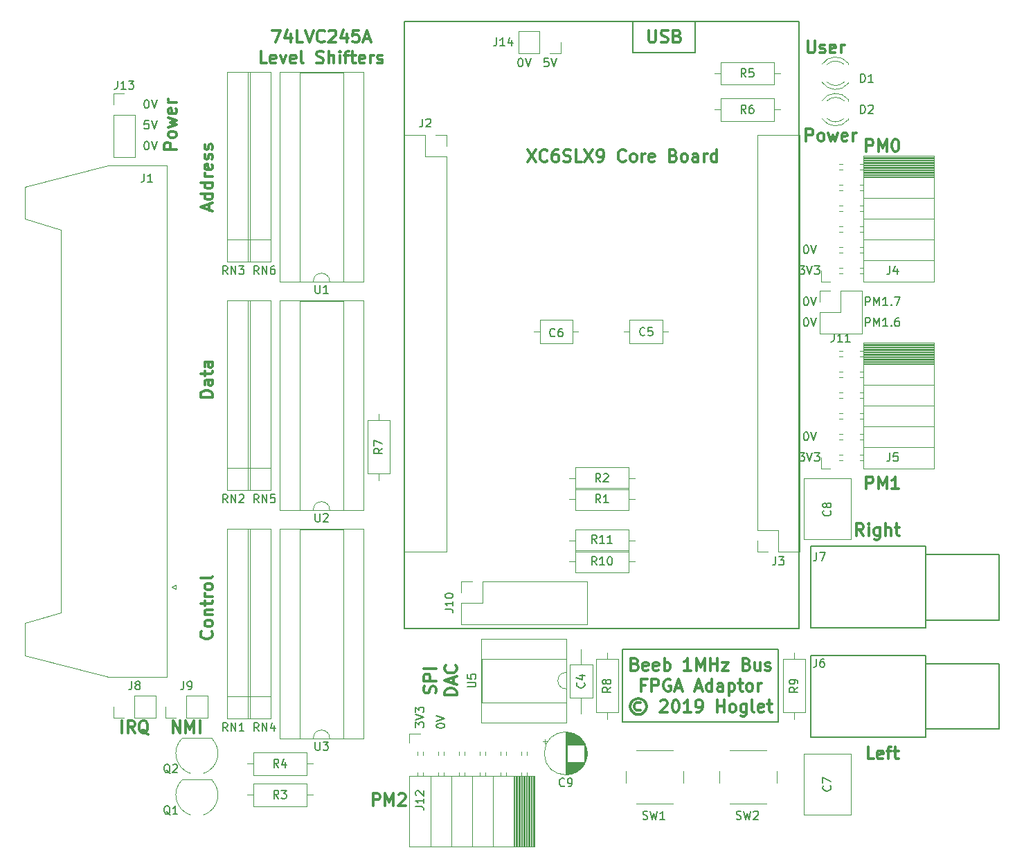
<source format=gto>
G04 #@! TF.GenerationSoftware,KiCad,Pcbnew,5.0.2-bee76a0~70~ubuntu16.04.1*
G04 #@! TF.CreationDate,2019-04-13T10:37:35+01:00*
G04 #@! TF.ProjectId,BusAdapter,42757341-6461-4707-9465-722e6b696361,rev?*
G04 #@! TF.SameCoordinates,PX3021c70PY8dff518*
G04 #@! TF.FileFunction,Legend,Top*
G04 #@! TF.FilePolarity,Positive*
%FSLAX46Y46*%
G04 Gerber Fmt 4.6, Leading zero omitted, Abs format (unit mm)*
G04 Created by KiCad (PCBNEW 5.0.2-bee76a0~70~ubuntu16.04.1) date Sat 13 Apr 2019 10:37:35 BST*
%MOMM*%
%LPD*%
G01*
G04 APERTURE LIST*
%ADD10C,0.300000*%
%ADD11C,0.152400*%
%ADD12C,0.200000*%
%ADD13C,0.120000*%
%ADD14C,0.150000*%
G04 APERTURE END LIST*
D10*
X8933571Y82760715D02*
X7433571Y82760715D01*
X7433571Y83332143D01*
X7505000Y83475000D01*
X7576428Y83546429D01*
X7719285Y83617858D01*
X7933571Y83617858D01*
X8076428Y83546429D01*
X8147857Y83475000D01*
X8219285Y83332143D01*
X8219285Y82760715D01*
X8933571Y84475000D02*
X8862142Y84332143D01*
X8790714Y84260715D01*
X8647857Y84189286D01*
X8219285Y84189286D01*
X8076428Y84260715D01*
X8005000Y84332143D01*
X7933571Y84475000D01*
X7933571Y84689286D01*
X8005000Y84832143D01*
X8076428Y84903572D01*
X8219285Y84975000D01*
X8647857Y84975000D01*
X8790714Y84903572D01*
X8862142Y84832143D01*
X8933571Y84689286D01*
X8933571Y84475000D01*
X7933571Y85475000D02*
X8933571Y85760715D01*
X8219285Y86046429D01*
X8933571Y86332143D01*
X7933571Y86617858D01*
X8862142Y87760715D02*
X8933571Y87617858D01*
X8933571Y87332143D01*
X8862142Y87189286D01*
X8719285Y87117858D01*
X8147857Y87117858D01*
X8005000Y87189286D01*
X7933571Y87332143D01*
X7933571Y87617858D01*
X8005000Y87760715D01*
X8147857Y87832143D01*
X8290714Y87832143D01*
X8433571Y87117858D01*
X8933571Y88475000D02*
X7933571Y88475000D01*
X8219285Y88475000D02*
X8076428Y88546429D01*
X8005000Y88617858D01*
X7933571Y88760715D01*
X7933571Y88903572D01*
D11*
X5521476Y86281381D02*
X5037666Y86281381D01*
X4989285Y85797572D01*
X5037666Y85845953D01*
X5134428Y85894334D01*
X5376333Y85894334D01*
X5473095Y85845953D01*
X5521476Y85797572D01*
X5569857Y85700810D01*
X5569857Y85458905D01*
X5521476Y85362143D01*
X5473095Y85313762D01*
X5376333Y85265381D01*
X5134428Y85265381D01*
X5037666Y85313762D01*
X4989285Y85362143D01*
X5860142Y86281381D02*
X6198809Y85265381D01*
X6537476Y86281381D01*
X5231190Y83741381D02*
X5327952Y83741381D01*
X5424714Y83693000D01*
X5473095Y83644620D01*
X5521476Y83547858D01*
X5569857Y83354334D01*
X5569857Y83112429D01*
X5521476Y82918905D01*
X5473095Y82822143D01*
X5424714Y82773762D01*
X5327952Y82725381D01*
X5231190Y82725381D01*
X5134428Y82773762D01*
X5086047Y82822143D01*
X5037666Y82918905D01*
X4989285Y83112429D01*
X4989285Y83354334D01*
X5037666Y83547858D01*
X5086047Y83644620D01*
X5134428Y83693000D01*
X5231190Y83741381D01*
X5860142Y83741381D02*
X6198809Y82725381D01*
X6537476Y83741381D01*
X5231190Y88821381D02*
X5327952Y88821381D01*
X5424714Y88773000D01*
X5473095Y88724620D01*
X5521476Y88627858D01*
X5569857Y88434334D01*
X5569857Y88192429D01*
X5521476Y87998905D01*
X5473095Y87902143D01*
X5424714Y87853762D01*
X5327952Y87805381D01*
X5231190Y87805381D01*
X5134428Y87853762D01*
X5086047Y87902143D01*
X5037666Y87998905D01*
X4989285Y88192429D01*
X4989285Y88434334D01*
X5037666Y88627858D01*
X5086047Y88724620D01*
X5134428Y88773000D01*
X5231190Y88821381D01*
X5860142Y88821381D02*
X6198809Y87805381D01*
X6537476Y88821381D01*
X54416476Y93901381D02*
X53932666Y93901381D01*
X53884285Y93417572D01*
X53932666Y93465953D01*
X54029428Y93514334D01*
X54271333Y93514334D01*
X54368095Y93465953D01*
X54416476Y93417572D01*
X54464857Y93320810D01*
X54464857Y93078905D01*
X54416476Y92982143D01*
X54368095Y92933762D01*
X54271333Y92885381D01*
X54029428Y92885381D01*
X53932666Y92933762D01*
X53884285Y92982143D01*
X54755142Y93901381D02*
X55093809Y92885381D01*
X55432476Y93901381D01*
X50951190Y93901381D02*
X51047952Y93901381D01*
X51144714Y93853000D01*
X51193095Y93804620D01*
X51241476Y93707858D01*
X51289857Y93514334D01*
X51289857Y93272429D01*
X51241476Y93078905D01*
X51193095Y92982143D01*
X51144714Y92933762D01*
X51047952Y92885381D01*
X50951190Y92885381D01*
X50854428Y92933762D01*
X50806047Y92982143D01*
X50757666Y93078905D01*
X50709285Y93272429D01*
X50709285Y93514334D01*
X50757666Y93707858D01*
X50806047Y93804620D01*
X50854428Y93853000D01*
X50951190Y93901381D01*
X51580142Y93901381D02*
X51918809Y92885381D01*
X52257476Y93901381D01*
X40718619Y12216191D02*
X40718619Y12312953D01*
X40767000Y12409715D01*
X40815380Y12458096D01*
X40912142Y12506477D01*
X41105666Y12554858D01*
X41347571Y12554858D01*
X41541095Y12506477D01*
X41637857Y12458096D01*
X41686238Y12409715D01*
X41734619Y12312953D01*
X41734619Y12216191D01*
X41686238Y12119429D01*
X41637857Y12071048D01*
X41541095Y12022667D01*
X41347571Y11974286D01*
X41105666Y11974286D01*
X40912142Y12022667D01*
X40815380Y12071048D01*
X40767000Y12119429D01*
X40718619Y12216191D01*
X40718619Y12845143D02*
X41734619Y13183810D01*
X40718619Y13522477D01*
X38178619Y12077096D02*
X38178619Y12706048D01*
X38565666Y12367381D01*
X38565666Y12512524D01*
X38614047Y12609286D01*
X38662428Y12657667D01*
X38759190Y12706048D01*
X39001095Y12706048D01*
X39097857Y12657667D01*
X39146238Y12609286D01*
X39194619Y12512524D01*
X39194619Y12222239D01*
X39146238Y12125477D01*
X39097857Y12077096D01*
X38178619Y12996334D02*
X39194619Y13335000D01*
X38178619Y13673667D01*
X38178619Y13915572D02*
X38178619Y14544524D01*
X38565666Y14205858D01*
X38565666Y14351000D01*
X38614047Y14447762D01*
X38662428Y14496143D01*
X38759190Y14544524D01*
X39001095Y14544524D01*
X39097857Y14496143D01*
X39146238Y14447762D01*
X39194619Y14351000D01*
X39194619Y14060715D01*
X39146238Y13963953D01*
X39097857Y13915572D01*
D12*
X82550000Y21590000D02*
X82550000Y12700000D01*
X63500000Y21590000D02*
X63500000Y12700000D01*
X63500000Y21590000D02*
X82550000Y21590000D01*
X82550000Y12700000D02*
X63500000Y12700000D01*
D10*
X32960714Y2496429D02*
X32960714Y3996429D01*
X33532142Y3996429D01*
X33675000Y3925000D01*
X33746428Y3853572D01*
X33817857Y3710715D01*
X33817857Y3496429D01*
X33746428Y3353572D01*
X33675000Y3282143D01*
X33532142Y3210715D01*
X32960714Y3210715D01*
X34460714Y2496429D02*
X34460714Y3996429D01*
X34960714Y2925000D01*
X35460714Y3996429D01*
X35460714Y2496429D01*
X36103571Y3853572D02*
X36175000Y3925000D01*
X36317857Y3996429D01*
X36675000Y3996429D01*
X36817857Y3925000D01*
X36889285Y3853572D01*
X36960714Y3710715D01*
X36960714Y3567858D01*
X36889285Y3353572D01*
X36032142Y2496429D01*
X36960714Y2496429D01*
X65024999Y19802143D02*
X65239285Y19730715D01*
X65310714Y19659286D01*
X65382142Y19516429D01*
X65382142Y19302143D01*
X65310714Y19159286D01*
X65239285Y19087858D01*
X65096428Y19016429D01*
X64524999Y19016429D01*
X64524999Y20516429D01*
X65024999Y20516429D01*
X65167857Y20445000D01*
X65239285Y20373572D01*
X65310714Y20230715D01*
X65310714Y20087858D01*
X65239285Y19945000D01*
X65167857Y19873572D01*
X65024999Y19802143D01*
X64524999Y19802143D01*
X66596428Y19087858D02*
X66453571Y19016429D01*
X66167857Y19016429D01*
X66024999Y19087858D01*
X65953571Y19230715D01*
X65953571Y19802143D01*
X66024999Y19945000D01*
X66167857Y20016429D01*
X66453571Y20016429D01*
X66596428Y19945000D01*
X66667857Y19802143D01*
X66667857Y19659286D01*
X65953571Y19516429D01*
X67882142Y19087858D02*
X67739285Y19016429D01*
X67453571Y19016429D01*
X67310714Y19087858D01*
X67239285Y19230715D01*
X67239285Y19802143D01*
X67310714Y19945000D01*
X67453571Y20016429D01*
X67739285Y20016429D01*
X67882142Y19945000D01*
X67953571Y19802143D01*
X67953571Y19659286D01*
X67239285Y19516429D01*
X68596428Y19016429D02*
X68596428Y20516429D01*
X68596428Y19945000D02*
X68739285Y20016429D01*
X69024999Y20016429D01*
X69167857Y19945000D01*
X69239285Y19873572D01*
X69310714Y19730715D01*
X69310714Y19302143D01*
X69239285Y19159286D01*
X69167857Y19087858D01*
X69024999Y19016429D01*
X68739285Y19016429D01*
X68596428Y19087858D01*
X71882142Y19016429D02*
X71024999Y19016429D01*
X71453571Y19016429D02*
X71453571Y20516429D01*
X71310714Y20302143D01*
X71167857Y20159286D01*
X71024999Y20087858D01*
X72524999Y19016429D02*
X72524999Y20516429D01*
X73024999Y19445000D01*
X73524999Y20516429D01*
X73524999Y19016429D01*
X74239285Y19016429D02*
X74239285Y20516429D01*
X74239285Y19802143D02*
X75096428Y19802143D01*
X75096428Y19016429D02*
X75096428Y20516429D01*
X75667857Y20016429D02*
X76453571Y20016429D01*
X75667857Y19016429D01*
X76453571Y19016429D01*
X78667857Y19802143D02*
X78882142Y19730715D01*
X78953571Y19659286D01*
X79024999Y19516429D01*
X79024999Y19302143D01*
X78953571Y19159286D01*
X78882142Y19087858D01*
X78739285Y19016429D01*
X78167857Y19016429D01*
X78167857Y20516429D01*
X78667857Y20516429D01*
X78810714Y20445000D01*
X78882142Y20373572D01*
X78953571Y20230715D01*
X78953571Y20087858D01*
X78882142Y19945000D01*
X78810714Y19873572D01*
X78667857Y19802143D01*
X78167857Y19802143D01*
X80310714Y20016429D02*
X80310714Y19016429D01*
X79667857Y20016429D02*
X79667857Y19230715D01*
X79739285Y19087858D01*
X79882142Y19016429D01*
X80096428Y19016429D01*
X80239285Y19087858D01*
X80310714Y19159286D01*
X80953571Y19087858D02*
X81096428Y19016429D01*
X81382142Y19016429D01*
X81524999Y19087858D01*
X81596428Y19230715D01*
X81596428Y19302143D01*
X81524999Y19445000D01*
X81382142Y19516429D01*
X81167857Y19516429D01*
X81024999Y19587858D01*
X80953571Y19730715D01*
X80953571Y19802143D01*
X81024999Y19945000D01*
X81167857Y20016429D01*
X81382142Y20016429D01*
X81524999Y19945000D01*
X66275000Y17252143D02*
X65775000Y17252143D01*
X65775000Y16466429D02*
X65775000Y17966429D01*
X66489285Y17966429D01*
X67060714Y16466429D02*
X67060714Y17966429D01*
X67632142Y17966429D01*
X67775000Y17895000D01*
X67846428Y17823572D01*
X67917857Y17680715D01*
X67917857Y17466429D01*
X67846428Y17323572D01*
X67775000Y17252143D01*
X67632142Y17180715D01*
X67060714Y17180715D01*
X69346428Y17895000D02*
X69203571Y17966429D01*
X68989285Y17966429D01*
X68775000Y17895000D01*
X68632142Y17752143D01*
X68560714Y17609286D01*
X68489285Y17323572D01*
X68489285Y17109286D01*
X68560714Y16823572D01*
X68632142Y16680715D01*
X68775000Y16537858D01*
X68989285Y16466429D01*
X69132142Y16466429D01*
X69346428Y16537858D01*
X69417857Y16609286D01*
X69417857Y17109286D01*
X69132142Y17109286D01*
X69989285Y16895000D02*
X70703571Y16895000D01*
X69846428Y16466429D02*
X70346428Y17966429D01*
X70846428Y16466429D01*
X72417857Y16895000D02*
X73132142Y16895000D01*
X72275000Y16466429D02*
X72775000Y17966429D01*
X73275000Y16466429D01*
X74417857Y16466429D02*
X74417857Y17966429D01*
X74417857Y16537858D02*
X74275000Y16466429D01*
X73989285Y16466429D01*
X73846428Y16537858D01*
X73775000Y16609286D01*
X73703571Y16752143D01*
X73703571Y17180715D01*
X73775000Y17323572D01*
X73846428Y17395000D01*
X73989285Y17466429D01*
X74275000Y17466429D01*
X74417857Y17395000D01*
X75775000Y16466429D02*
X75775000Y17252143D01*
X75703571Y17395000D01*
X75560714Y17466429D01*
X75275000Y17466429D01*
X75132142Y17395000D01*
X75775000Y16537858D02*
X75632142Y16466429D01*
X75275000Y16466429D01*
X75132142Y16537858D01*
X75060714Y16680715D01*
X75060714Y16823572D01*
X75132142Y16966429D01*
X75275000Y17037858D01*
X75632142Y17037858D01*
X75775000Y17109286D01*
X76489285Y17466429D02*
X76489285Y15966429D01*
X76489285Y17395000D02*
X76632142Y17466429D01*
X76917857Y17466429D01*
X77060714Y17395000D01*
X77132142Y17323572D01*
X77203571Y17180715D01*
X77203571Y16752143D01*
X77132142Y16609286D01*
X77060714Y16537858D01*
X76917857Y16466429D01*
X76632142Y16466429D01*
X76489285Y16537858D01*
X77632142Y17466429D02*
X78203571Y17466429D01*
X77846428Y17966429D02*
X77846428Y16680715D01*
X77917857Y16537858D01*
X78060714Y16466429D01*
X78203571Y16466429D01*
X78917857Y16466429D02*
X78775000Y16537858D01*
X78703571Y16609286D01*
X78632142Y16752143D01*
X78632142Y17180715D01*
X78703571Y17323572D01*
X78775000Y17395000D01*
X78917857Y17466429D01*
X79132142Y17466429D01*
X79275000Y17395000D01*
X79346428Y17323572D01*
X79417857Y17180715D01*
X79417857Y16752143D01*
X79346428Y16609286D01*
X79275000Y16537858D01*
X79132142Y16466429D01*
X78917857Y16466429D01*
X80060714Y16466429D02*
X80060714Y17466429D01*
X80060714Y17180715D02*
X80132142Y17323572D01*
X80203571Y17395000D01*
X80346428Y17466429D01*
X80489285Y17466429D01*
X65703571Y15059286D02*
X65560714Y15130715D01*
X65275000Y15130715D01*
X65132142Y15059286D01*
X64989285Y14916429D01*
X64917857Y14773572D01*
X64917857Y14487858D01*
X64989285Y14345000D01*
X65132142Y14202143D01*
X65275000Y14130715D01*
X65560714Y14130715D01*
X65703571Y14202143D01*
X65417857Y15630715D02*
X65060714Y15559286D01*
X64703571Y15345000D01*
X64489285Y14987858D01*
X64417857Y14630715D01*
X64489285Y14273572D01*
X64703571Y13916429D01*
X65060714Y13702143D01*
X65417857Y13630715D01*
X65775000Y13702143D01*
X66132142Y13916429D01*
X66346428Y14273572D01*
X66417857Y14630715D01*
X66346428Y14987858D01*
X66132142Y15345000D01*
X65775000Y15559286D01*
X65417857Y15630715D01*
X68132142Y15273572D02*
X68203571Y15345000D01*
X68346428Y15416429D01*
X68703571Y15416429D01*
X68846428Y15345000D01*
X68917857Y15273572D01*
X68989285Y15130715D01*
X68989285Y14987858D01*
X68917857Y14773572D01*
X68060714Y13916429D01*
X68989285Y13916429D01*
X69917857Y15416429D02*
X70060714Y15416429D01*
X70203571Y15345000D01*
X70275000Y15273572D01*
X70346428Y15130715D01*
X70417857Y14845000D01*
X70417857Y14487858D01*
X70346428Y14202143D01*
X70275000Y14059286D01*
X70203571Y13987858D01*
X70060714Y13916429D01*
X69917857Y13916429D01*
X69775000Y13987858D01*
X69703571Y14059286D01*
X69632142Y14202143D01*
X69560714Y14487858D01*
X69560714Y14845000D01*
X69632142Y15130715D01*
X69703571Y15273572D01*
X69775000Y15345000D01*
X69917857Y15416429D01*
X71846428Y13916429D02*
X70989285Y13916429D01*
X71417857Y13916429D02*
X71417857Y15416429D01*
X71275000Y15202143D01*
X71132142Y15059286D01*
X70989285Y14987858D01*
X72560714Y13916429D02*
X72846428Y13916429D01*
X72989285Y13987858D01*
X73060714Y14059286D01*
X73203571Y14273572D01*
X73275000Y14559286D01*
X73275000Y15130715D01*
X73203571Y15273572D01*
X73132142Y15345000D01*
X72989285Y15416429D01*
X72703571Y15416429D01*
X72560714Y15345000D01*
X72489285Y15273572D01*
X72417857Y15130715D01*
X72417857Y14773572D01*
X72489285Y14630715D01*
X72560714Y14559286D01*
X72703571Y14487858D01*
X72989285Y14487858D01*
X73132142Y14559286D01*
X73203571Y14630715D01*
X73275000Y14773572D01*
X75060714Y13916429D02*
X75060714Y15416429D01*
X75060714Y14702143D02*
X75917857Y14702143D01*
X75917857Y13916429D02*
X75917857Y15416429D01*
X76846428Y13916429D02*
X76703571Y13987858D01*
X76632142Y14059286D01*
X76560714Y14202143D01*
X76560714Y14630715D01*
X76632142Y14773572D01*
X76703571Y14845000D01*
X76846428Y14916429D01*
X77060714Y14916429D01*
X77203571Y14845000D01*
X77275000Y14773572D01*
X77346428Y14630715D01*
X77346428Y14202143D01*
X77275000Y14059286D01*
X77203571Y13987858D01*
X77060714Y13916429D01*
X76846428Y13916429D01*
X78632142Y14916429D02*
X78632142Y13702143D01*
X78560714Y13559286D01*
X78489285Y13487858D01*
X78346428Y13416429D01*
X78132142Y13416429D01*
X77989285Y13487858D01*
X78632142Y13987858D02*
X78489285Y13916429D01*
X78203571Y13916429D01*
X78060714Y13987858D01*
X77989285Y14059286D01*
X77917857Y14202143D01*
X77917857Y14630715D01*
X77989285Y14773572D01*
X78060714Y14845000D01*
X78203571Y14916429D01*
X78489285Y14916429D01*
X78632142Y14845000D01*
X79560714Y13916429D02*
X79417857Y13987858D01*
X79346428Y14130715D01*
X79346428Y15416429D01*
X80703571Y13987858D02*
X80560714Y13916429D01*
X80274999Y13916429D01*
X80132142Y13987858D01*
X80060714Y14130715D01*
X80060714Y14702143D01*
X80132142Y14845000D01*
X80274999Y14916429D01*
X80560714Y14916429D01*
X80703571Y14845000D01*
X80774999Y14702143D01*
X80774999Y14559286D01*
X80060714Y14416429D01*
X81203571Y14916429D02*
X81774999Y14916429D01*
X81417857Y15416429D02*
X81417857Y14130715D01*
X81489285Y13987858D01*
X81632142Y13916429D01*
X81774999Y13916429D01*
D11*
X93193809Y61135381D02*
X93193809Y62151381D01*
X93580857Y62151381D01*
X93677619Y62103000D01*
X93726000Y62054620D01*
X93774380Y61957858D01*
X93774380Y61812715D01*
X93726000Y61715953D01*
X93677619Y61667572D01*
X93580857Y61619191D01*
X93193809Y61619191D01*
X94209809Y61135381D02*
X94209809Y62151381D01*
X94548476Y61425667D01*
X94887142Y62151381D01*
X94887142Y61135381D01*
X95903142Y61135381D02*
X95322571Y61135381D01*
X95612857Y61135381D02*
X95612857Y62151381D01*
X95516095Y62006239D01*
X95419333Y61909477D01*
X95322571Y61861096D01*
X96338571Y61232143D02*
X96386952Y61183762D01*
X96338571Y61135381D01*
X96290190Y61183762D01*
X96338571Y61232143D01*
X96338571Y61135381D01*
X97257809Y62151381D02*
X97064285Y62151381D01*
X96967523Y62103000D01*
X96919142Y62054620D01*
X96822380Y61909477D01*
X96774000Y61715953D01*
X96774000Y61328905D01*
X96822380Y61232143D01*
X96870761Y61183762D01*
X96967523Y61135381D01*
X97161047Y61135381D01*
X97257809Y61183762D01*
X97306190Y61232143D01*
X97354571Y61328905D01*
X97354571Y61570810D01*
X97306190Y61667572D01*
X97257809Y61715953D01*
X97161047Y61764334D01*
X96967523Y61764334D01*
X96870761Y61715953D01*
X96822380Y61667572D01*
X96774000Y61570810D01*
X93193809Y63675381D02*
X93193809Y64691381D01*
X93580857Y64691381D01*
X93677619Y64643000D01*
X93726000Y64594620D01*
X93774380Y64497858D01*
X93774380Y64352715D01*
X93726000Y64255953D01*
X93677619Y64207572D01*
X93580857Y64159191D01*
X93193809Y64159191D01*
X94209809Y63675381D02*
X94209809Y64691381D01*
X94548476Y63965667D01*
X94887142Y64691381D01*
X94887142Y63675381D01*
X95903142Y63675381D02*
X95322571Y63675381D01*
X95612857Y63675381D02*
X95612857Y64691381D01*
X95516095Y64546239D01*
X95419333Y64449477D01*
X95322571Y64401096D01*
X96338571Y63772143D02*
X96386952Y63723762D01*
X96338571Y63675381D01*
X96290190Y63723762D01*
X96338571Y63772143D01*
X96338571Y63675381D01*
X96725619Y64691381D02*
X97402952Y64691381D01*
X96967523Y63675381D01*
X85876190Y62151381D02*
X85972952Y62151381D01*
X86069714Y62103000D01*
X86118095Y62054620D01*
X86166476Y61957858D01*
X86214857Y61764334D01*
X86214857Y61522429D01*
X86166476Y61328905D01*
X86118095Y61232143D01*
X86069714Y61183762D01*
X85972952Y61135381D01*
X85876190Y61135381D01*
X85779428Y61183762D01*
X85731047Y61232143D01*
X85682666Y61328905D01*
X85634285Y61522429D01*
X85634285Y61764334D01*
X85682666Y61957858D01*
X85731047Y62054620D01*
X85779428Y62103000D01*
X85876190Y62151381D01*
X86505142Y62151381D02*
X86843809Y61135381D01*
X87182476Y62151381D01*
X85876190Y64691381D02*
X85972952Y64691381D01*
X86069714Y64643000D01*
X86118095Y64594620D01*
X86166476Y64497858D01*
X86214857Y64304334D01*
X86214857Y64062429D01*
X86166476Y63868905D01*
X86118095Y63772143D01*
X86069714Y63723762D01*
X85972952Y63675381D01*
X85876190Y63675381D01*
X85779428Y63723762D01*
X85731047Y63772143D01*
X85682666Y63868905D01*
X85634285Y64062429D01*
X85634285Y64304334D01*
X85682666Y64497858D01*
X85731047Y64594620D01*
X85779428Y64643000D01*
X85876190Y64691381D01*
X86505142Y64691381D02*
X86843809Y63675381D01*
X87182476Y64691381D01*
D10*
X8517142Y11386429D02*
X8517142Y12886429D01*
X9374285Y11386429D01*
X9374285Y12886429D01*
X10088571Y11386429D02*
X10088571Y12886429D01*
X10588571Y11815000D01*
X11088571Y12886429D01*
X11088571Y11386429D01*
X11802857Y11386429D02*
X11802857Y12886429D01*
X2274285Y11386429D02*
X2274285Y12886429D01*
X3845714Y11386429D02*
X3345714Y12100715D01*
X2988571Y11386429D02*
X2988571Y12886429D01*
X3560000Y12886429D01*
X3702857Y12815000D01*
X3774285Y12743572D01*
X3845714Y12600715D01*
X3845714Y12386429D01*
X3774285Y12243572D01*
X3702857Y12172143D01*
X3560000Y12100715D01*
X2988571Y12100715D01*
X5488571Y11243572D02*
X5345714Y11315000D01*
X5202857Y11457858D01*
X4988571Y11672143D01*
X4845714Y11743572D01*
X4702857Y11743572D01*
X4774285Y11386429D02*
X4631428Y11457858D01*
X4488571Y11600715D01*
X4417142Y11886429D01*
X4417142Y12386429D01*
X4488571Y12672143D01*
X4631428Y12815000D01*
X4774285Y12886429D01*
X5060000Y12886429D01*
X5202857Y12815000D01*
X5345714Y12672143D01*
X5417142Y12386429D01*
X5417142Y11886429D01*
X5345714Y11600715D01*
X5202857Y11457858D01*
X5060000Y11386429D01*
X4774285Y11386429D01*
D11*
X85876190Y48181381D02*
X85972952Y48181381D01*
X86069714Y48133000D01*
X86118095Y48084620D01*
X86166476Y47987858D01*
X86214857Y47794334D01*
X86214857Y47552429D01*
X86166476Y47358905D01*
X86118095Y47262143D01*
X86069714Y47213762D01*
X85972952Y47165381D01*
X85876190Y47165381D01*
X85779428Y47213762D01*
X85731047Y47262143D01*
X85682666Y47358905D01*
X85634285Y47552429D01*
X85634285Y47794334D01*
X85682666Y47987858D01*
X85731047Y48084620D01*
X85779428Y48133000D01*
X85876190Y48181381D01*
X86505142Y48181381D02*
X86843809Y47165381D01*
X87182476Y48181381D01*
X85102095Y45641381D02*
X85731047Y45641381D01*
X85392380Y45254334D01*
X85537523Y45254334D01*
X85634285Y45205953D01*
X85682666Y45157572D01*
X85731047Y45060810D01*
X85731047Y44818905D01*
X85682666Y44722143D01*
X85634285Y44673762D01*
X85537523Y44625381D01*
X85247238Y44625381D01*
X85150476Y44673762D01*
X85102095Y44722143D01*
X86021333Y45641381D02*
X86360000Y44625381D01*
X86698666Y45641381D01*
X86940571Y45641381D02*
X87569523Y45641381D01*
X87230857Y45254334D01*
X87376000Y45254334D01*
X87472761Y45205953D01*
X87521142Y45157572D01*
X87569523Y45060810D01*
X87569523Y44818905D01*
X87521142Y44722143D01*
X87472761Y44673762D01*
X87376000Y44625381D01*
X87085714Y44625381D01*
X86988952Y44673762D01*
X86940571Y44722143D01*
X85102095Y68501381D02*
X85731047Y68501381D01*
X85392380Y68114334D01*
X85537523Y68114334D01*
X85634285Y68065953D01*
X85682666Y68017572D01*
X85731047Y67920810D01*
X85731047Y67678905D01*
X85682666Y67582143D01*
X85634285Y67533762D01*
X85537523Y67485381D01*
X85247238Y67485381D01*
X85150476Y67533762D01*
X85102095Y67582143D01*
X86021333Y68501381D02*
X86360000Y67485381D01*
X86698666Y68501381D01*
X86940571Y68501381D02*
X87569523Y68501381D01*
X87230857Y68114334D01*
X87376000Y68114334D01*
X87472761Y68065953D01*
X87521142Y68017572D01*
X87569523Y67920810D01*
X87569523Y67678905D01*
X87521142Y67582143D01*
X87472761Y67533762D01*
X87376000Y67485381D01*
X87085714Y67485381D01*
X86988952Y67533762D01*
X86940571Y67582143D01*
X85876190Y71041381D02*
X85972952Y71041381D01*
X86069714Y70993000D01*
X86118095Y70944620D01*
X86166476Y70847858D01*
X86214857Y70654334D01*
X86214857Y70412429D01*
X86166476Y70218905D01*
X86118095Y70122143D01*
X86069714Y70073762D01*
X85972952Y70025381D01*
X85876190Y70025381D01*
X85779428Y70073762D01*
X85731047Y70122143D01*
X85682666Y70218905D01*
X85634285Y70412429D01*
X85634285Y70654334D01*
X85682666Y70847858D01*
X85731047Y70944620D01*
X85779428Y70993000D01*
X85876190Y71041381D01*
X86505142Y71041381D02*
X86843809Y70025381D01*
X87182476Y71041381D01*
D10*
X13235714Y23812858D02*
X13307142Y23741429D01*
X13378571Y23527143D01*
X13378571Y23384286D01*
X13307142Y23170000D01*
X13164285Y23027143D01*
X13021428Y22955715D01*
X12735714Y22884286D01*
X12521428Y22884286D01*
X12235714Y22955715D01*
X12092857Y23027143D01*
X11950000Y23170000D01*
X11878571Y23384286D01*
X11878571Y23527143D01*
X11950000Y23741429D01*
X12021428Y23812858D01*
X13378571Y24670000D02*
X13307142Y24527143D01*
X13235714Y24455715D01*
X13092857Y24384286D01*
X12664285Y24384286D01*
X12521428Y24455715D01*
X12450000Y24527143D01*
X12378571Y24670000D01*
X12378571Y24884286D01*
X12450000Y25027143D01*
X12521428Y25098572D01*
X12664285Y25170000D01*
X13092857Y25170000D01*
X13235714Y25098572D01*
X13307142Y25027143D01*
X13378571Y24884286D01*
X13378571Y24670000D01*
X12378571Y25812858D02*
X13378571Y25812858D01*
X12521428Y25812858D02*
X12450000Y25884286D01*
X12378571Y26027143D01*
X12378571Y26241429D01*
X12450000Y26384286D01*
X12592857Y26455715D01*
X13378571Y26455715D01*
X12378571Y26955715D02*
X12378571Y27527143D01*
X11878571Y27170001D02*
X13164285Y27170000D01*
X13307142Y27241429D01*
X13378571Y27384286D01*
X13378571Y27527143D01*
X13378571Y28027143D02*
X12378571Y28027143D01*
X12664285Y28027143D02*
X12521428Y28098572D01*
X12450000Y28170000D01*
X12378571Y28312858D01*
X12378571Y28455715D01*
X13378571Y29170000D02*
X13307142Y29027143D01*
X13235714Y28955715D01*
X13092857Y28884286D01*
X12664285Y28884286D01*
X12521428Y28955715D01*
X12450000Y29027143D01*
X12378571Y29170000D01*
X12378571Y29384286D01*
X12450000Y29527143D01*
X12521428Y29598572D01*
X12664285Y29670000D01*
X13092857Y29670000D01*
X13235714Y29598572D01*
X13307142Y29527143D01*
X13378571Y29384286D01*
X13378571Y29170000D01*
X13378571Y30527143D02*
X13307142Y30384286D01*
X13164285Y30312858D01*
X11878571Y30312858D01*
X13378571Y52431429D02*
X11878571Y52431429D01*
X11878571Y52788572D01*
X11950000Y53002858D01*
X12092857Y53145715D01*
X12235714Y53217143D01*
X12521428Y53288572D01*
X12735714Y53288572D01*
X13021428Y53217143D01*
X13164285Y53145715D01*
X13307142Y53002858D01*
X13378571Y52788572D01*
X13378571Y52431429D01*
X13378571Y54574286D02*
X12592857Y54574286D01*
X12450000Y54502858D01*
X12378571Y54360000D01*
X12378571Y54074286D01*
X12450000Y53931429D01*
X13307142Y54574286D02*
X13378571Y54431429D01*
X13378571Y54074286D01*
X13307142Y53931429D01*
X13164285Y53860000D01*
X13021428Y53860000D01*
X12878571Y53931429D01*
X12807142Y54074286D01*
X12807142Y54431429D01*
X12735714Y54574286D01*
X12378571Y55074286D02*
X12378571Y55645715D01*
X11878571Y55288572D02*
X13164285Y55288572D01*
X13307142Y55360000D01*
X13378571Y55502858D01*
X13378571Y55645715D01*
X13378571Y56788572D02*
X12592857Y56788572D01*
X12450000Y56717143D01*
X12378571Y56574286D01*
X12378571Y56288572D01*
X12450000Y56145715D01*
X13307142Y56788572D02*
X13378571Y56645715D01*
X13378571Y56288572D01*
X13307142Y56145715D01*
X13164285Y56074286D01*
X13021428Y56074286D01*
X12878571Y56145715D01*
X12807142Y56288572D01*
X12807142Y56645715D01*
X12735714Y56788572D01*
X12950000Y75339286D02*
X12950000Y76053572D01*
X13378571Y75196429D02*
X11878571Y75696429D01*
X13378571Y76196429D01*
X13378571Y77339286D02*
X11878571Y77339286D01*
X13307142Y77339286D02*
X13378571Y77196429D01*
X13378571Y76910715D01*
X13307142Y76767858D01*
X13235714Y76696429D01*
X13092857Y76625000D01*
X12664285Y76625000D01*
X12521428Y76696429D01*
X12450000Y76767858D01*
X12378571Y76910715D01*
X12378571Y77196429D01*
X12450000Y77339286D01*
X13378571Y78696429D02*
X11878571Y78696429D01*
X13307142Y78696429D02*
X13378571Y78553572D01*
X13378571Y78267858D01*
X13307142Y78125000D01*
X13235714Y78053572D01*
X13092857Y77982143D01*
X12664285Y77982143D01*
X12521428Y78053572D01*
X12450000Y78125000D01*
X12378571Y78267858D01*
X12378571Y78553572D01*
X12450000Y78696429D01*
X13378571Y79410715D02*
X12378571Y79410715D01*
X12664285Y79410715D02*
X12521428Y79482143D01*
X12450000Y79553572D01*
X12378571Y79696429D01*
X12378571Y79839286D01*
X13307142Y80910715D02*
X13378571Y80767858D01*
X13378571Y80482143D01*
X13307142Y80339286D01*
X13164285Y80267858D01*
X12592857Y80267858D01*
X12450000Y80339286D01*
X12378571Y80482143D01*
X12378571Y80767858D01*
X12450000Y80910715D01*
X12592857Y80982143D01*
X12735714Y80982143D01*
X12878571Y80267858D01*
X13307142Y81553572D02*
X13378571Y81696429D01*
X13378571Y81982143D01*
X13307142Y82125001D01*
X13164285Y82196429D01*
X13092857Y82196429D01*
X12950000Y82125001D01*
X12878571Y81982143D01*
X12878571Y81767858D01*
X12807142Y81625000D01*
X12664285Y81553572D01*
X12592857Y81553572D01*
X12450000Y81625000D01*
X12378571Y81767858D01*
X12378571Y81982143D01*
X12450000Y82125001D01*
X13307142Y82767858D02*
X13378571Y82910715D01*
X13378571Y83196429D01*
X13307142Y83339286D01*
X13164285Y83410715D01*
X13092857Y83410715D01*
X12950000Y83339286D01*
X12878571Y83196429D01*
X12878571Y82982143D01*
X12807142Y82839286D01*
X12664285Y82767858D01*
X12592857Y82767858D01*
X12450000Y82839286D01*
X12378571Y82982143D01*
X12378571Y83196429D01*
X12450000Y83339286D01*
X20670000Y97346429D02*
X21670000Y97346429D01*
X21027142Y95846429D01*
X22884285Y96846429D02*
X22884285Y95846429D01*
X22527142Y97417858D02*
X22170000Y96346429D01*
X23098571Y96346429D01*
X24384285Y95846429D02*
X23670000Y95846429D01*
X23670000Y97346429D01*
X24670000Y97346429D02*
X25170000Y95846429D01*
X25670000Y97346429D01*
X27027142Y95989286D02*
X26955714Y95917858D01*
X26741428Y95846429D01*
X26598571Y95846429D01*
X26384285Y95917858D01*
X26241428Y96060715D01*
X26170000Y96203572D01*
X26098571Y96489286D01*
X26098571Y96703572D01*
X26170000Y96989286D01*
X26241428Y97132143D01*
X26384285Y97275000D01*
X26598571Y97346429D01*
X26741428Y97346429D01*
X26955714Y97275000D01*
X27027142Y97203572D01*
X27598571Y97203572D02*
X27670000Y97275000D01*
X27812857Y97346429D01*
X28170000Y97346429D01*
X28312857Y97275000D01*
X28384285Y97203572D01*
X28455714Y97060715D01*
X28455714Y96917858D01*
X28384285Y96703572D01*
X27527142Y95846429D01*
X28455714Y95846429D01*
X29741428Y96846429D02*
X29741428Y95846429D01*
X29384285Y97417858D02*
X29027142Y96346429D01*
X29955714Y96346429D01*
X31241428Y97346429D02*
X30527142Y97346429D01*
X30455714Y96632143D01*
X30527142Y96703572D01*
X30670000Y96775000D01*
X31027142Y96775000D01*
X31170000Y96703572D01*
X31241428Y96632143D01*
X31312857Y96489286D01*
X31312857Y96132143D01*
X31241428Y95989286D01*
X31170000Y95917858D01*
X31027142Y95846429D01*
X30670000Y95846429D01*
X30527142Y95917858D01*
X30455714Y95989286D01*
X31884285Y96275000D02*
X32598571Y96275000D01*
X31741428Y95846429D02*
X32241428Y97346429D01*
X32741428Y95846429D01*
X19991428Y93296429D02*
X19277142Y93296429D01*
X19277142Y94796429D01*
X21062857Y93367858D02*
X20920000Y93296429D01*
X20634285Y93296429D01*
X20491428Y93367858D01*
X20420000Y93510715D01*
X20420000Y94082143D01*
X20491428Y94225000D01*
X20634285Y94296429D01*
X20920000Y94296429D01*
X21062857Y94225000D01*
X21134285Y94082143D01*
X21134285Y93939286D01*
X20420000Y93796429D01*
X21634285Y94296429D02*
X21991428Y93296429D01*
X22348571Y94296429D01*
X23491428Y93367858D02*
X23348571Y93296429D01*
X23062857Y93296429D01*
X22920000Y93367858D01*
X22848571Y93510715D01*
X22848571Y94082143D01*
X22920000Y94225000D01*
X23062857Y94296429D01*
X23348571Y94296429D01*
X23491428Y94225000D01*
X23562857Y94082143D01*
X23562857Y93939286D01*
X22848571Y93796429D01*
X24420000Y93296429D02*
X24277142Y93367858D01*
X24205714Y93510715D01*
X24205714Y94796429D01*
X26062857Y93367858D02*
X26277142Y93296429D01*
X26634285Y93296429D01*
X26777142Y93367858D01*
X26848571Y93439286D01*
X26920000Y93582143D01*
X26920000Y93725000D01*
X26848571Y93867858D01*
X26777142Y93939286D01*
X26634285Y94010715D01*
X26348571Y94082143D01*
X26205714Y94153572D01*
X26134285Y94225000D01*
X26062857Y94367858D01*
X26062857Y94510715D01*
X26134285Y94653572D01*
X26205714Y94725000D01*
X26348571Y94796429D01*
X26705714Y94796429D01*
X26920000Y94725000D01*
X27562857Y93296429D02*
X27562857Y94796429D01*
X28205714Y93296429D02*
X28205714Y94082143D01*
X28134285Y94225000D01*
X27991428Y94296429D01*
X27777142Y94296429D01*
X27634285Y94225000D01*
X27562857Y94153572D01*
X28920000Y93296429D02*
X28920000Y94296429D01*
X28920000Y94796429D02*
X28848571Y94725000D01*
X28920000Y94653572D01*
X28991428Y94725000D01*
X28920000Y94796429D01*
X28920000Y94653572D01*
X29420000Y94296429D02*
X29991428Y94296429D01*
X29634285Y93296429D02*
X29634285Y94582143D01*
X29705714Y94725000D01*
X29848571Y94796429D01*
X29991428Y94796429D01*
X30277142Y94296429D02*
X30848571Y94296429D01*
X30491428Y94796429D02*
X30491428Y93510715D01*
X30562857Y93367858D01*
X30705714Y93296429D01*
X30848571Y93296429D01*
X31920000Y93367858D02*
X31777142Y93296429D01*
X31491428Y93296429D01*
X31348571Y93367858D01*
X31277142Y93510715D01*
X31277142Y94082143D01*
X31348571Y94225000D01*
X31491428Y94296429D01*
X31777142Y94296429D01*
X31920000Y94225000D01*
X31991428Y94082143D01*
X31991428Y93939286D01*
X31277142Y93796429D01*
X32634285Y93296429D02*
X32634285Y94296429D01*
X32634285Y94010715D02*
X32705714Y94153572D01*
X32777142Y94225000D01*
X32920000Y94296429D01*
X33062857Y94296429D01*
X33491428Y93367858D02*
X33634285Y93296429D01*
X33920000Y93296429D01*
X34062857Y93367858D01*
X34134285Y93510715D01*
X34134285Y93582143D01*
X34062857Y93725000D01*
X33920000Y93796429D01*
X33705714Y93796429D01*
X33562857Y93867858D01*
X33491428Y94010715D01*
X33491428Y94082143D01*
X33562857Y94225000D01*
X33705714Y94296429D01*
X33920000Y94296429D01*
X34062857Y94225000D01*
X51857142Y82736429D02*
X52857142Y81236429D01*
X52857142Y82736429D02*
X51857142Y81236429D01*
X54285714Y81379286D02*
X54214285Y81307858D01*
X54000000Y81236429D01*
X53857142Y81236429D01*
X53642857Y81307858D01*
X53500000Y81450715D01*
X53428571Y81593572D01*
X53357142Y81879286D01*
X53357142Y82093572D01*
X53428571Y82379286D01*
X53500000Y82522143D01*
X53642857Y82665000D01*
X53857142Y82736429D01*
X54000000Y82736429D01*
X54214285Y82665000D01*
X54285714Y82593572D01*
X55571428Y82736429D02*
X55285714Y82736429D01*
X55142857Y82665000D01*
X55071428Y82593572D01*
X54928571Y82379286D01*
X54857142Y82093572D01*
X54857142Y81522143D01*
X54928571Y81379286D01*
X55000000Y81307858D01*
X55142857Y81236429D01*
X55428571Y81236429D01*
X55571428Y81307858D01*
X55642857Y81379286D01*
X55714285Y81522143D01*
X55714285Y81879286D01*
X55642857Y82022143D01*
X55571428Y82093572D01*
X55428571Y82165000D01*
X55142857Y82165000D01*
X55000000Y82093572D01*
X54928571Y82022143D01*
X54857142Y81879286D01*
X56285714Y81307858D02*
X56500000Y81236429D01*
X56857142Y81236429D01*
X57000000Y81307858D01*
X57071428Y81379286D01*
X57142857Y81522143D01*
X57142857Y81665000D01*
X57071428Y81807858D01*
X57000000Y81879286D01*
X56857142Y81950715D01*
X56571428Y82022143D01*
X56428571Y82093572D01*
X56357142Y82165000D01*
X56285714Y82307858D01*
X56285714Y82450715D01*
X56357142Y82593572D01*
X56428571Y82665000D01*
X56571428Y82736429D01*
X56928571Y82736429D01*
X57142857Y82665000D01*
X58500000Y81236429D02*
X57785714Y81236429D01*
X57785714Y82736429D01*
X58857142Y82736429D02*
X59857142Y81236429D01*
X59857142Y82736429D02*
X58857142Y81236429D01*
X60500000Y81236429D02*
X60785714Y81236429D01*
X60928571Y81307858D01*
X61000000Y81379286D01*
X61142857Y81593572D01*
X61214285Y81879286D01*
X61214285Y82450715D01*
X61142857Y82593572D01*
X61071428Y82665000D01*
X60928571Y82736429D01*
X60642857Y82736429D01*
X60500000Y82665000D01*
X60428571Y82593572D01*
X60357142Y82450715D01*
X60357142Y82093572D01*
X60428571Y81950715D01*
X60500000Y81879286D01*
X60642857Y81807858D01*
X60928571Y81807858D01*
X61071428Y81879286D01*
X61142857Y81950715D01*
X61214285Y82093572D01*
X63857142Y81379286D02*
X63785714Y81307858D01*
X63571428Y81236429D01*
X63428571Y81236429D01*
X63214285Y81307858D01*
X63071428Y81450715D01*
X63000000Y81593572D01*
X62928571Y81879286D01*
X62928571Y82093572D01*
X63000000Y82379286D01*
X63071428Y82522143D01*
X63214285Y82665000D01*
X63428571Y82736429D01*
X63571428Y82736429D01*
X63785714Y82665000D01*
X63857142Y82593572D01*
X64714285Y81236429D02*
X64571428Y81307858D01*
X64500000Y81379286D01*
X64428571Y81522143D01*
X64428571Y81950715D01*
X64500000Y82093572D01*
X64571428Y82165000D01*
X64714285Y82236429D01*
X64928571Y82236429D01*
X65071428Y82165000D01*
X65142857Y82093572D01*
X65214285Y81950715D01*
X65214285Y81522143D01*
X65142857Y81379286D01*
X65071428Y81307858D01*
X64928571Y81236429D01*
X64714285Y81236429D01*
X65857142Y81236429D02*
X65857142Y82236429D01*
X65857142Y81950715D02*
X65928571Y82093572D01*
X66000000Y82165000D01*
X66142857Y82236429D01*
X66285714Y82236429D01*
X67357142Y81307858D02*
X67214285Y81236429D01*
X66928571Y81236429D01*
X66785714Y81307858D01*
X66714285Y81450715D01*
X66714285Y82022143D01*
X66785714Y82165000D01*
X66928571Y82236429D01*
X67214285Y82236429D01*
X67357142Y82165000D01*
X67428571Y82022143D01*
X67428571Y81879286D01*
X66714285Y81736429D01*
X69714285Y82022143D02*
X69928571Y81950715D01*
X70000000Y81879286D01*
X70071428Y81736429D01*
X70071428Y81522143D01*
X70000000Y81379286D01*
X69928571Y81307858D01*
X69785714Y81236429D01*
X69214285Y81236429D01*
X69214285Y82736429D01*
X69714285Y82736429D01*
X69857142Y82665000D01*
X69928571Y82593572D01*
X70000000Y82450715D01*
X70000000Y82307858D01*
X69928571Y82165000D01*
X69857142Y82093572D01*
X69714285Y82022143D01*
X69214285Y82022143D01*
X70928571Y81236429D02*
X70785714Y81307858D01*
X70714285Y81379286D01*
X70642857Y81522143D01*
X70642857Y81950715D01*
X70714285Y82093572D01*
X70785714Y82165000D01*
X70928571Y82236429D01*
X71142857Y82236429D01*
X71285714Y82165000D01*
X71357142Y82093572D01*
X71428571Y81950715D01*
X71428571Y81522143D01*
X71357142Y81379286D01*
X71285714Y81307858D01*
X71142857Y81236429D01*
X70928571Y81236429D01*
X72714285Y81236429D02*
X72714285Y82022143D01*
X72642857Y82165000D01*
X72500000Y82236429D01*
X72214285Y82236429D01*
X72071428Y82165000D01*
X72714285Y81307858D02*
X72571428Y81236429D01*
X72214285Y81236429D01*
X72071428Y81307858D01*
X72000000Y81450715D01*
X72000000Y81593572D01*
X72071428Y81736429D01*
X72214285Y81807858D01*
X72571428Y81807858D01*
X72714285Y81879286D01*
X73428571Y81236429D02*
X73428571Y82236429D01*
X73428571Y81950715D02*
X73500000Y82093572D01*
X73571428Y82165000D01*
X73714285Y82236429D01*
X73857142Y82236429D01*
X75000000Y81236429D02*
X75000000Y82736429D01*
X75000000Y81307858D02*
X74857142Y81236429D01*
X74571428Y81236429D01*
X74428571Y81307858D01*
X74357142Y81379286D01*
X74285714Y81522143D01*
X74285714Y81950715D01*
X74357142Y82093572D01*
X74428571Y82165000D01*
X74571428Y82236429D01*
X74857142Y82236429D01*
X75000000Y82165000D01*
X40607142Y16244286D02*
X40678571Y16458572D01*
X40678571Y16815715D01*
X40607142Y16958572D01*
X40535714Y17030000D01*
X40392857Y17101429D01*
X40250000Y17101429D01*
X40107142Y17030000D01*
X40035714Y16958572D01*
X39964285Y16815715D01*
X39892857Y16530000D01*
X39821428Y16387143D01*
X39750000Y16315715D01*
X39607142Y16244286D01*
X39464285Y16244286D01*
X39321428Y16315715D01*
X39250000Y16387143D01*
X39178571Y16530000D01*
X39178571Y16887143D01*
X39250000Y17101429D01*
X40678571Y17744286D02*
X39178571Y17744286D01*
X39178571Y18315715D01*
X39250000Y18458572D01*
X39321428Y18530000D01*
X39464285Y18601429D01*
X39678571Y18601429D01*
X39821428Y18530000D01*
X39892857Y18458572D01*
X39964285Y18315715D01*
X39964285Y17744286D01*
X40678571Y19244286D02*
X39178571Y19244286D01*
X43228571Y15994286D02*
X41728571Y15994286D01*
X41728571Y16351429D01*
X41800000Y16565715D01*
X41942857Y16708572D01*
X42085714Y16780000D01*
X42371428Y16851429D01*
X42585714Y16851429D01*
X42871428Y16780000D01*
X43014285Y16708572D01*
X43157142Y16565715D01*
X43228571Y16351429D01*
X43228571Y15994286D01*
X42800000Y17422858D02*
X42800000Y18137143D01*
X43228571Y17280000D02*
X41728571Y17780000D01*
X43228571Y18280000D01*
X43085714Y19637143D02*
X43157142Y19565715D01*
X43228571Y19351429D01*
X43228571Y19208572D01*
X43157142Y18994286D01*
X43014285Y18851429D01*
X42871428Y18780000D01*
X42585714Y18708572D01*
X42371428Y18708572D01*
X42085714Y18780000D01*
X41942857Y18851429D01*
X41800000Y18994286D01*
X41728571Y19208572D01*
X41728571Y19351429D01*
X41800000Y19565715D01*
X41871428Y19637143D01*
X93285714Y41231429D02*
X93285714Y42731429D01*
X93857142Y42731429D01*
X94000000Y42660000D01*
X94071428Y42588572D01*
X94142857Y42445715D01*
X94142857Y42231429D01*
X94071428Y42088572D01*
X94000000Y42017143D01*
X93857142Y41945715D01*
X93285714Y41945715D01*
X94785714Y41231429D02*
X94785714Y42731429D01*
X95285714Y41660000D01*
X95785714Y42731429D01*
X95785714Y41231429D01*
X97285714Y41231429D02*
X96428571Y41231429D01*
X96857142Y41231429D02*
X96857142Y42731429D01*
X96714285Y42517143D01*
X96571428Y42374286D01*
X96428571Y42302858D01*
X93285714Y82506429D02*
X93285714Y84006429D01*
X93857142Y84006429D01*
X94000000Y83935000D01*
X94071428Y83863572D01*
X94142857Y83720715D01*
X94142857Y83506429D01*
X94071428Y83363572D01*
X94000000Y83292143D01*
X93857142Y83220715D01*
X93285714Y83220715D01*
X94785714Y82506429D02*
X94785714Y84006429D01*
X95285714Y82935000D01*
X95785714Y84006429D01*
X95785714Y82506429D01*
X96785714Y84006429D02*
X96928571Y84006429D01*
X97071428Y83935000D01*
X97142857Y83863572D01*
X97214285Y83720715D01*
X97285714Y83435000D01*
X97285714Y83077858D01*
X97214285Y82792143D01*
X97142857Y82649286D01*
X97071428Y82577858D01*
X96928571Y82506429D01*
X96785714Y82506429D01*
X96642857Y82577858D01*
X96571428Y82649286D01*
X96500000Y82792143D01*
X96428571Y83077858D01*
X96428571Y83435000D01*
X96500000Y83720715D01*
X96571428Y83863572D01*
X96642857Y83935000D01*
X96785714Y84006429D01*
D12*
X85090000Y24130000D02*
X85090000Y98425000D01*
X36830000Y98425000D02*
X36830000Y24130000D01*
D10*
X66687142Y97341429D02*
X66687142Y96127143D01*
X66758571Y95984286D01*
X66830000Y95912858D01*
X66972857Y95841429D01*
X67258571Y95841429D01*
X67401428Y95912858D01*
X67472857Y95984286D01*
X67544285Y96127143D01*
X67544285Y97341429D01*
X68187142Y95912858D02*
X68401428Y95841429D01*
X68758571Y95841429D01*
X68901428Y95912858D01*
X68972857Y95984286D01*
X69044285Y96127143D01*
X69044285Y96270000D01*
X68972857Y96412858D01*
X68901428Y96484286D01*
X68758571Y96555715D01*
X68472857Y96627143D01*
X68330000Y96698572D01*
X68258571Y96770000D01*
X68187142Y96912858D01*
X68187142Y97055715D01*
X68258571Y97198572D01*
X68330000Y97270000D01*
X68472857Y97341429D01*
X68830000Y97341429D01*
X69044285Y97270000D01*
X70187142Y96627143D02*
X70401428Y96555715D01*
X70472857Y96484286D01*
X70544285Y96341429D01*
X70544285Y96127143D01*
X70472857Y95984286D01*
X70401428Y95912858D01*
X70258571Y95841429D01*
X69687142Y95841429D01*
X69687142Y97341429D01*
X70187142Y97341429D01*
X70330000Y97270000D01*
X70401428Y97198572D01*
X70472857Y97055715D01*
X70472857Y96912858D01*
X70401428Y96770000D01*
X70330000Y96698572D01*
X70187142Y96627143D01*
X69687142Y96627143D01*
X92936428Y35516429D02*
X92436428Y36230715D01*
X92079285Y35516429D02*
X92079285Y37016429D01*
X92650714Y37016429D01*
X92793571Y36945000D01*
X92865000Y36873572D01*
X92936428Y36730715D01*
X92936428Y36516429D01*
X92865000Y36373572D01*
X92793571Y36302143D01*
X92650714Y36230715D01*
X92079285Y36230715D01*
X93579285Y35516429D02*
X93579285Y36516429D01*
X93579285Y37016429D02*
X93507857Y36945000D01*
X93579285Y36873572D01*
X93650714Y36945000D01*
X93579285Y37016429D01*
X93579285Y36873572D01*
X94936428Y36516429D02*
X94936428Y35302143D01*
X94865000Y35159286D01*
X94793571Y35087858D01*
X94650714Y35016429D01*
X94436428Y35016429D01*
X94293571Y35087858D01*
X94936428Y35587858D02*
X94793571Y35516429D01*
X94507857Y35516429D01*
X94365000Y35587858D01*
X94293571Y35659286D01*
X94222142Y35802143D01*
X94222142Y36230715D01*
X94293571Y36373572D01*
X94365000Y36445000D01*
X94507857Y36516429D01*
X94793571Y36516429D01*
X94936428Y36445000D01*
X95650714Y35516429D02*
X95650714Y37016429D01*
X96293571Y35516429D02*
X96293571Y36302143D01*
X96222142Y36445000D01*
X96079285Y36516429D01*
X95865000Y36516429D01*
X95722142Y36445000D01*
X95650714Y36373572D01*
X96793571Y36516429D02*
X97365000Y36516429D01*
X97007857Y37016429D02*
X97007857Y35730715D01*
X97079285Y35587858D01*
X97222142Y35516429D01*
X97365000Y35516429D01*
X94214285Y8211429D02*
X93500000Y8211429D01*
X93500000Y9711429D01*
X95285714Y8282858D02*
X95142857Y8211429D01*
X94857142Y8211429D01*
X94714285Y8282858D01*
X94642857Y8425715D01*
X94642857Y8997143D01*
X94714285Y9140000D01*
X94857142Y9211429D01*
X95142857Y9211429D01*
X95285714Y9140000D01*
X95357142Y8997143D01*
X95357142Y8854286D01*
X94642857Y8711429D01*
X95785714Y9211429D02*
X96357142Y9211429D01*
X96000000Y8211429D02*
X96000000Y9497143D01*
X96071428Y9640000D01*
X96214285Y9711429D01*
X96357142Y9711429D01*
X96642857Y9211429D02*
X97214285Y9211429D01*
X96857142Y9711429D02*
X96857142Y8425715D01*
X96928571Y8282858D01*
X97071428Y8211429D01*
X97214285Y8211429D01*
X86122142Y96071429D02*
X86122142Y94857143D01*
X86193571Y94714286D01*
X86265000Y94642858D01*
X86407857Y94571429D01*
X86693571Y94571429D01*
X86836428Y94642858D01*
X86907857Y94714286D01*
X86979285Y94857143D01*
X86979285Y96071429D01*
X87622142Y94642858D02*
X87765000Y94571429D01*
X88050714Y94571429D01*
X88193571Y94642858D01*
X88265000Y94785715D01*
X88265000Y94857143D01*
X88193571Y95000000D01*
X88050714Y95071429D01*
X87836428Y95071429D01*
X87693571Y95142858D01*
X87622142Y95285715D01*
X87622142Y95357143D01*
X87693571Y95500000D01*
X87836428Y95571429D01*
X88050714Y95571429D01*
X88193571Y95500000D01*
X89479285Y94642858D02*
X89336428Y94571429D01*
X89050714Y94571429D01*
X88907857Y94642858D01*
X88836428Y94785715D01*
X88836428Y95357143D01*
X88907857Y95500000D01*
X89050714Y95571429D01*
X89336428Y95571429D01*
X89479285Y95500000D01*
X89550714Y95357143D01*
X89550714Y95214286D01*
X88836428Y95071429D01*
X90193571Y94571429D02*
X90193571Y95571429D01*
X90193571Y95285715D02*
X90265000Y95428572D01*
X90336428Y95500000D01*
X90479285Y95571429D01*
X90622142Y95571429D01*
X85935714Y83776429D02*
X85935714Y85276429D01*
X86507142Y85276429D01*
X86650000Y85205000D01*
X86721428Y85133572D01*
X86792857Y84990715D01*
X86792857Y84776429D01*
X86721428Y84633572D01*
X86650000Y84562143D01*
X86507142Y84490715D01*
X85935714Y84490715D01*
X87650000Y83776429D02*
X87507142Y83847858D01*
X87435714Y83919286D01*
X87364285Y84062143D01*
X87364285Y84490715D01*
X87435714Y84633572D01*
X87507142Y84705000D01*
X87650000Y84776429D01*
X87864285Y84776429D01*
X88007142Y84705000D01*
X88078571Y84633572D01*
X88150000Y84490715D01*
X88150000Y84062143D01*
X88078571Y83919286D01*
X88007142Y83847858D01*
X87864285Y83776429D01*
X87650000Y83776429D01*
X88650000Y84776429D02*
X88935714Y83776429D01*
X89221428Y84490715D01*
X89507142Y83776429D01*
X89792857Y84776429D01*
X90935714Y83847858D02*
X90792857Y83776429D01*
X90507142Y83776429D01*
X90364285Y83847858D01*
X90292857Y83990715D01*
X90292857Y84562143D01*
X90364285Y84705000D01*
X90507142Y84776429D01*
X90792857Y84776429D01*
X90935714Y84705000D01*
X91007142Y84562143D01*
X91007142Y84419286D01*
X90292857Y84276429D01*
X91650000Y83776429D02*
X91650000Y84776429D01*
X91650000Y84490715D02*
X91721428Y84633572D01*
X91792857Y84705000D01*
X91935714Y84776429D01*
X92078571Y84776429D01*
D12*
X64770000Y98425000D02*
X64770000Y94615000D01*
X72390000Y94615000D02*
X64770000Y94615000D01*
X72390000Y94615000D02*
X72390000Y98425000D01*
X85090000Y24130000D02*
X36830000Y24130000D01*
X36830000Y98425000D02*
X85090000Y98425000D01*
D13*
G04 #@! TO.C,J13*
X1210000Y81855000D02*
X3870000Y81855000D01*
X1210000Y86995000D02*
X1210000Y81855000D01*
X3870000Y86995000D02*
X3870000Y81855000D01*
X1210000Y86995000D02*
X3870000Y86995000D01*
X1210000Y88265000D02*
X1210000Y89595000D01*
X1210000Y89595000D02*
X2540000Y89595000D01*
G04 #@! TO.C,J14*
X53340000Y97215000D02*
X53340000Y94555000D01*
X53340000Y97215000D02*
X50740000Y97215000D01*
X50740000Y97215000D02*
X50740000Y94555000D01*
X53340000Y94555000D02*
X50740000Y94555000D01*
X55940000Y94555000D02*
X54610000Y94555000D01*
X55940000Y95885000D02*
X55940000Y94555000D01*
G04 #@! TO.C,J1*
X8890000Y29464000D02*
X8382000Y29210000D01*
X8890000Y28956000D02*
X8890000Y29464000D01*
X8382000Y29210000D02*
X8890000Y28956000D01*
X7750000Y18260000D02*
X650000Y18260000D01*
X7750000Y80760000D02*
X550000Y80760000D01*
X550000Y80760000D02*
X-9600000Y78210000D01*
X-9600000Y78210000D02*
X-9600000Y74260000D01*
X-9600000Y74260000D02*
X-5150000Y72960000D01*
X-5150000Y72960000D02*
X-5150000Y26110000D01*
X-5150000Y26110000D02*
X-9600000Y24860000D01*
X-9600000Y24860000D02*
X-9600000Y20860000D01*
X-9600000Y20860000D02*
X650000Y18260000D01*
X7740000Y80760000D02*
X7740000Y18300000D01*
G04 #@! TO.C,C6*
X57400000Y59075000D02*
X57400000Y61915000D01*
X57400000Y61915000D02*
X53360000Y61915000D01*
X53360000Y61915000D02*
X53360000Y59075000D01*
X53360000Y59075000D02*
X57400000Y59075000D01*
X58090000Y60495000D02*
X57400000Y60495000D01*
X52670000Y60495000D02*
X53360000Y60495000D01*
G04 #@! TO.C,C5*
X69090000Y60495000D02*
X68400000Y60495000D01*
X63670000Y60495000D02*
X64360000Y60495000D01*
X68400000Y61915000D02*
X64360000Y61915000D01*
X68400000Y59075000D02*
X68400000Y61915000D01*
X64360000Y59075000D02*
X68400000Y59075000D01*
X64360000Y61915000D02*
X64360000Y59075000D01*
G04 #@! TO.C,C9*
X59155000Y8890000D02*
G75*
G03X59155000Y8890000I-2620000J0D01*
G01*
X56535000Y11470000D02*
X56535000Y6310000D01*
X56575000Y11470000D02*
X56575000Y6310000D01*
X56615000Y11469000D02*
X56615000Y6311000D01*
X56655000Y11468000D02*
X56655000Y6312000D01*
X56695000Y11466000D02*
X56695000Y6314000D01*
X56735000Y11463000D02*
X56735000Y6317000D01*
X56775000Y11459000D02*
X56775000Y9930000D01*
X56775000Y7850000D02*
X56775000Y6321000D01*
X56815000Y11455000D02*
X56815000Y9930000D01*
X56815000Y7850000D02*
X56815000Y6325000D01*
X56855000Y11451000D02*
X56855000Y9930000D01*
X56855000Y7850000D02*
X56855000Y6329000D01*
X56895000Y11446000D02*
X56895000Y9930000D01*
X56895000Y7850000D02*
X56895000Y6334000D01*
X56935000Y11440000D02*
X56935000Y9930000D01*
X56935000Y7850000D02*
X56935000Y6340000D01*
X56975000Y11433000D02*
X56975000Y9930000D01*
X56975000Y7850000D02*
X56975000Y6347000D01*
X57015000Y11426000D02*
X57015000Y9930000D01*
X57015000Y7850000D02*
X57015000Y6354000D01*
X57055000Y11418000D02*
X57055000Y9930000D01*
X57055000Y7850000D02*
X57055000Y6362000D01*
X57095000Y11410000D02*
X57095000Y9930000D01*
X57095000Y7850000D02*
X57095000Y6370000D01*
X57135000Y11401000D02*
X57135000Y9930000D01*
X57135000Y7850000D02*
X57135000Y6379000D01*
X57175000Y11391000D02*
X57175000Y9930000D01*
X57175000Y7850000D02*
X57175000Y6389000D01*
X57215000Y11381000D02*
X57215000Y9930000D01*
X57215000Y7850000D02*
X57215000Y6399000D01*
X57256000Y11370000D02*
X57256000Y9930000D01*
X57256000Y7850000D02*
X57256000Y6410000D01*
X57296000Y11358000D02*
X57296000Y9930000D01*
X57296000Y7850000D02*
X57296000Y6422000D01*
X57336000Y11345000D02*
X57336000Y9930000D01*
X57336000Y7850000D02*
X57336000Y6435000D01*
X57376000Y11332000D02*
X57376000Y9930000D01*
X57376000Y7850000D02*
X57376000Y6448000D01*
X57416000Y11318000D02*
X57416000Y9930000D01*
X57416000Y7850000D02*
X57416000Y6462000D01*
X57456000Y11304000D02*
X57456000Y9930000D01*
X57456000Y7850000D02*
X57456000Y6476000D01*
X57496000Y11288000D02*
X57496000Y9930000D01*
X57496000Y7850000D02*
X57496000Y6492000D01*
X57536000Y11272000D02*
X57536000Y9930000D01*
X57536000Y7850000D02*
X57536000Y6508000D01*
X57576000Y11255000D02*
X57576000Y9930000D01*
X57576000Y7850000D02*
X57576000Y6525000D01*
X57616000Y11238000D02*
X57616000Y9930000D01*
X57616000Y7850000D02*
X57616000Y6542000D01*
X57656000Y11219000D02*
X57656000Y9930000D01*
X57656000Y7850000D02*
X57656000Y6561000D01*
X57696000Y11200000D02*
X57696000Y9930000D01*
X57696000Y7850000D02*
X57696000Y6580000D01*
X57736000Y11180000D02*
X57736000Y9930000D01*
X57736000Y7850000D02*
X57736000Y6600000D01*
X57776000Y11158000D02*
X57776000Y9930000D01*
X57776000Y7850000D02*
X57776000Y6622000D01*
X57816000Y11137000D02*
X57816000Y9930000D01*
X57816000Y7850000D02*
X57816000Y6643000D01*
X57856000Y11114000D02*
X57856000Y9930000D01*
X57856000Y7850000D02*
X57856000Y6666000D01*
X57896000Y11090000D02*
X57896000Y9930000D01*
X57896000Y7850000D02*
X57896000Y6690000D01*
X57936000Y11065000D02*
X57936000Y9930000D01*
X57936000Y7850000D02*
X57936000Y6715000D01*
X57976000Y11039000D02*
X57976000Y9930000D01*
X57976000Y7850000D02*
X57976000Y6741000D01*
X58016000Y11012000D02*
X58016000Y9930000D01*
X58016000Y7850000D02*
X58016000Y6768000D01*
X58056000Y10985000D02*
X58056000Y9930000D01*
X58056000Y7850000D02*
X58056000Y6795000D01*
X58096000Y10955000D02*
X58096000Y9930000D01*
X58096000Y7850000D02*
X58096000Y6825000D01*
X58136000Y10925000D02*
X58136000Y9930000D01*
X58136000Y7850000D02*
X58136000Y6855000D01*
X58176000Y10894000D02*
X58176000Y9930000D01*
X58176000Y7850000D02*
X58176000Y6886000D01*
X58216000Y10861000D02*
X58216000Y9930000D01*
X58216000Y7850000D02*
X58216000Y6919000D01*
X58256000Y10827000D02*
X58256000Y9930000D01*
X58256000Y7850000D02*
X58256000Y6953000D01*
X58296000Y10791000D02*
X58296000Y9930000D01*
X58296000Y7850000D02*
X58296000Y6989000D01*
X58336000Y10754000D02*
X58336000Y9930000D01*
X58336000Y7850000D02*
X58336000Y7026000D01*
X58376000Y10716000D02*
X58376000Y9930000D01*
X58376000Y7850000D02*
X58376000Y7064000D01*
X58416000Y10675000D02*
X58416000Y9930000D01*
X58416000Y7850000D02*
X58416000Y7105000D01*
X58456000Y10633000D02*
X58456000Y9930000D01*
X58456000Y7850000D02*
X58456000Y7147000D01*
X58496000Y10589000D02*
X58496000Y9930000D01*
X58496000Y7850000D02*
X58496000Y7191000D01*
X58536000Y10543000D02*
X58536000Y9930000D01*
X58536000Y7850000D02*
X58536000Y7237000D01*
X58576000Y10495000D02*
X58576000Y9930000D01*
X58576000Y7850000D02*
X58576000Y7285000D01*
X58616000Y10444000D02*
X58616000Y9930000D01*
X58616000Y7850000D02*
X58616000Y7336000D01*
X58656000Y10390000D02*
X58656000Y9930000D01*
X58656000Y7850000D02*
X58656000Y7390000D01*
X58696000Y10333000D02*
X58696000Y9930000D01*
X58696000Y7850000D02*
X58696000Y7447000D01*
X58736000Y10273000D02*
X58736000Y9930000D01*
X58736000Y7850000D02*
X58736000Y7507000D01*
X58776000Y10209000D02*
X58776000Y9930000D01*
X58776000Y7850000D02*
X58776000Y7571000D01*
X58816000Y10141000D02*
X58816000Y9930000D01*
X58816000Y7850000D02*
X58816000Y7639000D01*
X58856000Y10068000D02*
X58856000Y7712000D01*
X58896000Y9988000D02*
X58896000Y7792000D01*
X58936000Y9901000D02*
X58936000Y7879000D01*
X58976000Y9805000D02*
X58976000Y7975000D01*
X59016000Y9695000D02*
X59016000Y8085000D01*
X59056000Y9567000D02*
X59056000Y8213000D01*
X59096000Y9408000D02*
X59096000Y8372000D01*
X59136000Y9174000D02*
X59136000Y8606000D01*
X53730225Y10365000D02*
X54230225Y10365000D01*
X53980225Y10615000D02*
X53980225Y10115000D01*
G04 #@! TO.C,R10*
X57690000Y33755000D02*
X57690000Y31015000D01*
X57690000Y31015000D02*
X64230000Y31015000D01*
X64230000Y31015000D02*
X64230000Y33755000D01*
X64230000Y33755000D02*
X57690000Y33755000D01*
X56920000Y32385000D02*
X57690000Y32385000D01*
X65000000Y32385000D02*
X64230000Y32385000D01*
G04 #@! TO.C,R11*
X65000000Y34925000D02*
X64230000Y34925000D01*
X56920000Y34925000D02*
X57690000Y34925000D01*
X64230000Y36295000D02*
X57690000Y36295000D01*
X64230000Y33555000D02*
X64230000Y36295000D01*
X57690000Y33555000D02*
X64230000Y33555000D01*
X57690000Y36295000D02*
X57690000Y33555000D01*
G04 #@! TO.C,C4*
X59840000Y19720000D02*
X57000000Y19720000D01*
X57000000Y19720000D02*
X57000000Y15680000D01*
X57000000Y15680000D02*
X59840000Y15680000D01*
X59840000Y15680000D02*
X59840000Y19720000D01*
X58420000Y21660000D02*
X58420000Y19720000D01*
X58420000Y13740000D02*
X58420000Y15680000D01*
G04 #@! TO.C,C7*
X91400000Y1400000D02*
X85660000Y1400000D01*
X91400000Y8840000D02*
X85660000Y8840000D01*
X85660000Y8840000D02*
X85660000Y1400000D01*
X91400000Y8840000D02*
X91400000Y1400000D01*
G04 #@! TO.C,C8*
X91400000Y42495000D02*
X91400000Y35055000D01*
X85660000Y42495000D02*
X85660000Y35055000D01*
X91400000Y42495000D02*
X85660000Y42495000D01*
X91400000Y35055000D02*
X85660000Y35055000D01*
G04 #@! TO.C,J12*
X52637193Y-2547018D02*
X52637193Y6082982D01*
X52519098Y-2547018D02*
X52519098Y6082982D01*
X52401003Y-2547018D02*
X52401003Y6082982D01*
X52282908Y-2547018D02*
X52282908Y6082982D01*
X52164813Y-2547018D02*
X52164813Y6082982D01*
X52046718Y-2547018D02*
X52046718Y6082982D01*
X51928623Y-2547018D02*
X51928623Y6082982D01*
X51810528Y-2547018D02*
X51810528Y6082982D01*
X51692433Y-2547018D02*
X51692433Y6082982D01*
X51574338Y-2547018D02*
X51574338Y6082982D01*
X51456243Y-2547018D02*
X51456243Y6082982D01*
X51338148Y-2547018D02*
X51338148Y6082982D01*
X51220053Y-2547018D02*
X51220053Y6082982D01*
X51101958Y-2547018D02*
X51101958Y6082982D01*
X50983863Y-2547018D02*
X50983863Y6082982D01*
X50865768Y-2547018D02*
X50865768Y6082982D01*
X50747673Y-2547018D02*
X50747673Y6082982D01*
X50629578Y-2547018D02*
X50629578Y6082982D01*
X50511483Y-2547018D02*
X50511483Y6082982D01*
X50393388Y-2547018D02*
X50393388Y6082982D01*
X50275293Y-2547018D02*
X50275293Y6082982D01*
X38375000Y6160000D02*
X38375000Y6570000D01*
X38375000Y8670000D02*
X38375000Y9050000D01*
X39095000Y6160000D02*
X39095000Y6570000D01*
X39095000Y8670000D02*
X39095000Y9050000D01*
X40915000Y6160000D02*
X40915000Y6570000D01*
X40915000Y8670000D02*
X40915000Y9110000D01*
X41635000Y6160000D02*
X41635000Y6570000D01*
X41635000Y8670000D02*
X41635000Y9110000D01*
X43455000Y6160000D02*
X43455000Y6570000D01*
X43455000Y8670000D02*
X43455000Y9110000D01*
X44175000Y6160000D02*
X44175000Y6570000D01*
X44175000Y8670000D02*
X44175000Y9110000D01*
X45995000Y6160000D02*
X45995000Y6570000D01*
X45995000Y8670000D02*
X45995000Y9110000D01*
X46715000Y6160000D02*
X46715000Y6570000D01*
X46715000Y8670000D02*
X46715000Y9110000D01*
X48535000Y6160000D02*
X48535000Y6570000D01*
X48535000Y8670000D02*
X48535000Y9110000D01*
X49255000Y6160000D02*
X49255000Y6570000D01*
X49255000Y8670000D02*
X49255000Y9110000D01*
X51075000Y6160000D02*
X51075000Y6570000D01*
X51075000Y8670000D02*
X51075000Y9110000D01*
X51795000Y6160000D02*
X51795000Y6570000D01*
X51795000Y8670000D02*
X51795000Y9110000D01*
X50157193Y-2547018D02*
X50157193Y6082982D01*
X47617193Y-2547018D02*
X47617193Y6082982D01*
X45077193Y-2547018D02*
X45077193Y6082982D01*
X42537193Y-2547018D02*
X42537193Y6082982D01*
X39997193Y-2547018D02*
X39997193Y6082982D01*
X52757193Y-2547018D02*
X52757193Y6082982D01*
X52757193Y6082982D02*
X37397193Y6082982D01*
X37397193Y-2547018D02*
X37397193Y6082982D01*
X52757193Y-2547018D02*
X37397193Y-2547018D01*
X37405000Y11270000D02*
X38735000Y11270000D01*
X37405000Y10160000D02*
X37405000Y11270000D01*
G04 #@! TO.C,U5*
X56635000Y12640000D02*
X56635000Y22920000D01*
X46235000Y12640000D02*
X56635000Y12640000D01*
X46235000Y22920000D02*
X46235000Y12640000D01*
X56635000Y22920000D02*
X46235000Y22920000D01*
X56575000Y15130000D02*
X56575000Y16780000D01*
X46295000Y15130000D02*
X56575000Y15130000D01*
X46295000Y20430000D02*
X46295000Y15130000D01*
X56575000Y20430000D02*
X46295000Y20430000D01*
X56575000Y18780000D02*
X56575000Y20430000D01*
X56575000Y16780000D02*
G75*
G02X56575000Y18780000I0J1000000D01*
G01*
G04 #@! TO.C,J11*
X87570000Y65465000D02*
X88900000Y65465000D01*
X87570000Y64135000D02*
X87570000Y65465000D01*
X90170000Y65465000D02*
X92770000Y65465000D01*
X90170000Y62865000D02*
X90170000Y65465000D01*
X87570000Y62865000D02*
X90170000Y62865000D01*
X92770000Y65465000D02*
X92770000Y60265000D01*
X87570000Y62865000D02*
X87570000Y60265000D01*
X87570000Y60265000D02*
X92770000Y60265000D01*
G04 #@! TO.C,J10*
X43755000Y28575000D02*
X43755000Y29905000D01*
X43755000Y29905000D02*
X45085000Y29905000D01*
X43755000Y27305000D02*
X46355000Y27305000D01*
X46355000Y27305000D02*
X46355000Y29905000D01*
X46355000Y29905000D02*
X59115000Y29905000D01*
X59115000Y24705000D02*
X59115000Y29905000D01*
X43755000Y24705000D02*
X59115000Y24705000D01*
X43755000Y24705000D02*
X43755000Y27305000D01*
G04 #@! TO.C,SW2*
X82315000Y5255000D02*
X82315000Y6755000D01*
X81065000Y9255000D02*
X76565000Y9255000D01*
X75315000Y6755000D02*
X75315000Y5255000D01*
X76565000Y2755000D02*
X81065000Y2755000D01*
G04 #@! TO.C,SW1*
X70885000Y5255000D02*
X70885000Y6755000D01*
X69635000Y9255000D02*
X65135000Y9255000D01*
X63885000Y6755000D02*
X63885000Y5255000D01*
X65135000Y2755000D02*
X69635000Y2755000D01*
G04 #@! TO.C,R8*
X61595000Y21185000D02*
X61595000Y20415000D01*
X61595000Y13105000D02*
X61595000Y13875000D01*
X60225000Y20415000D02*
X60225000Y13875000D01*
X62965000Y20415000D02*
X60225000Y20415000D01*
X62965000Y13875000D02*
X62965000Y20415000D01*
X60225000Y13875000D02*
X62965000Y13875000D01*
G04 #@! TO.C,R9*
X84455000Y21185000D02*
X84455000Y20415000D01*
X84455000Y13105000D02*
X84455000Y13875000D01*
X83085000Y20415000D02*
X83085000Y13875000D01*
X85825000Y20415000D02*
X83085000Y20415000D01*
X85825000Y13875000D02*
X85825000Y20415000D01*
X83085000Y13875000D02*
X85825000Y13875000D01*
G04 #@! TO.C,J8*
X1210000Y13275000D02*
X1210000Y14605000D01*
X2540000Y13275000D02*
X1210000Y13275000D01*
X3810000Y13275000D02*
X3810000Y15935000D01*
X3810000Y15935000D02*
X6410000Y15935000D01*
X3810000Y13275000D02*
X6410000Y13275000D01*
X6410000Y13275000D02*
X6410000Y15935000D01*
G04 #@! TO.C,J9*
X7560000Y13275000D02*
X7560000Y14605000D01*
X8890000Y13275000D02*
X7560000Y13275000D01*
X10160000Y13275000D02*
X10160000Y15935000D01*
X10160000Y15935000D02*
X12760000Y15935000D01*
X10160000Y13275000D02*
X12760000Y13275000D01*
X12760000Y13275000D02*
X12760000Y15935000D01*
G04 #@! TO.C,R7*
X33655000Y42315000D02*
X33655000Y43085000D01*
X33655000Y50395000D02*
X33655000Y49625000D01*
X35025000Y43085000D02*
X35025000Y49625000D01*
X32285000Y43085000D02*
X35025000Y43085000D01*
X32285000Y49625000D02*
X32285000Y43085000D01*
X35025000Y49625000D02*
X32285000Y49625000D01*
G04 #@! TO.C,R3*
X17550000Y3810000D02*
X18320000Y3810000D01*
X25630000Y3810000D02*
X24860000Y3810000D01*
X18320000Y2440000D02*
X24860000Y2440000D01*
X18320000Y5180000D02*
X18320000Y2440000D01*
X24860000Y5180000D02*
X18320000Y5180000D01*
X24860000Y2440000D02*
X24860000Y5180000D01*
G04 #@! TO.C,Q1*
X9621555Y5637684D02*
G75*
G03X10650000Y1360000I1808445J-1827684D01*
G01*
X13241875Y5651741D02*
G75*
G02X12250000Y1360000I-1811875J-1841741D01*
G01*
X13230000Y5660000D02*
X9630000Y5660000D01*
G04 #@! TO.C,Q2*
X9621555Y10717684D02*
G75*
G03X10650000Y6440000I1808445J-1827684D01*
G01*
X13241875Y10731741D02*
G75*
G02X12250000Y6440000I-1811875J-1841741D01*
G01*
X13230000Y10740000D02*
X9630000Y10740000D01*
G04 #@! TO.C,J4*
X88900000Y66615000D02*
X87790000Y66615000D01*
X87790000Y66615000D02*
X87790000Y67945000D01*
X101607018Y81967193D02*
X101607018Y66607193D01*
X101607018Y66607193D02*
X92977018Y66607193D01*
X92977018Y81967193D02*
X92977018Y66607193D01*
X101607018Y81967193D02*
X92977018Y81967193D01*
X101607018Y69207193D02*
X92977018Y69207193D01*
X101607018Y71747193D02*
X92977018Y71747193D01*
X101607018Y74287193D02*
X92977018Y74287193D01*
X101607018Y76827193D02*
X92977018Y76827193D01*
X101607018Y79367193D02*
X92977018Y79367193D01*
X90390000Y81005000D02*
X89950000Y81005000D01*
X92900000Y81005000D02*
X92490000Y81005000D01*
X90390000Y80285000D02*
X89950000Y80285000D01*
X92900000Y80285000D02*
X92490000Y80285000D01*
X90390000Y78465000D02*
X89950000Y78465000D01*
X92900000Y78465000D02*
X92490000Y78465000D01*
X90390000Y77745000D02*
X89950000Y77745000D01*
X92900000Y77745000D02*
X92490000Y77745000D01*
X90390000Y75925000D02*
X89950000Y75925000D01*
X92900000Y75925000D02*
X92490000Y75925000D01*
X90390000Y75205000D02*
X89950000Y75205000D01*
X92900000Y75205000D02*
X92490000Y75205000D01*
X90390000Y73385000D02*
X89950000Y73385000D01*
X92900000Y73385000D02*
X92490000Y73385000D01*
X90390000Y72665000D02*
X89950000Y72665000D01*
X92900000Y72665000D02*
X92490000Y72665000D01*
X90390000Y70845000D02*
X89950000Y70845000D01*
X92900000Y70845000D02*
X92490000Y70845000D01*
X90390000Y70125000D02*
X89950000Y70125000D01*
X92900000Y70125000D02*
X92490000Y70125000D01*
X90390000Y68305000D02*
X90010000Y68305000D01*
X92900000Y68305000D02*
X92490000Y68305000D01*
X90390000Y67585000D02*
X90010000Y67585000D01*
X92900000Y67585000D02*
X92490000Y67585000D01*
X101607018Y79485293D02*
X92977018Y79485293D01*
X101607018Y79603388D02*
X92977018Y79603388D01*
X101607018Y79721483D02*
X92977018Y79721483D01*
X101607018Y79839578D02*
X92977018Y79839578D01*
X101607018Y79957673D02*
X92977018Y79957673D01*
X101607018Y80075768D02*
X92977018Y80075768D01*
X101607018Y80193863D02*
X92977018Y80193863D01*
X101607018Y80311958D02*
X92977018Y80311958D01*
X101607018Y80430053D02*
X92977018Y80430053D01*
X101607018Y80548148D02*
X92977018Y80548148D01*
X101607018Y80666243D02*
X92977018Y80666243D01*
X101607018Y80784338D02*
X92977018Y80784338D01*
X101607018Y80902433D02*
X92977018Y80902433D01*
X101607018Y81020528D02*
X92977018Y81020528D01*
X101607018Y81138623D02*
X92977018Y81138623D01*
X101607018Y81256718D02*
X92977018Y81256718D01*
X101607018Y81374813D02*
X92977018Y81374813D01*
X101607018Y81492908D02*
X92977018Y81492908D01*
X101607018Y81611003D02*
X92977018Y81611003D01*
X101607018Y81729098D02*
X92977018Y81729098D01*
X101607018Y81847193D02*
X92977018Y81847193D01*
G04 #@! TO.C,J5*
X88900000Y43755000D02*
X87790000Y43755000D01*
X87790000Y43755000D02*
X87790000Y45085000D01*
X101607018Y59107193D02*
X101607018Y43747193D01*
X101607018Y43747193D02*
X92977018Y43747193D01*
X92977018Y59107193D02*
X92977018Y43747193D01*
X101607018Y59107193D02*
X92977018Y59107193D01*
X101607018Y46347193D02*
X92977018Y46347193D01*
X101607018Y48887193D02*
X92977018Y48887193D01*
X101607018Y51427193D02*
X92977018Y51427193D01*
X101607018Y53967193D02*
X92977018Y53967193D01*
X101607018Y56507193D02*
X92977018Y56507193D01*
X90390000Y58145000D02*
X89950000Y58145000D01*
X92900000Y58145000D02*
X92490000Y58145000D01*
X90390000Y57425000D02*
X89950000Y57425000D01*
X92900000Y57425000D02*
X92490000Y57425000D01*
X90390000Y55605000D02*
X89950000Y55605000D01*
X92900000Y55605000D02*
X92490000Y55605000D01*
X90390000Y54885000D02*
X89950000Y54885000D01*
X92900000Y54885000D02*
X92490000Y54885000D01*
X90390000Y53065000D02*
X89950000Y53065000D01*
X92900000Y53065000D02*
X92490000Y53065000D01*
X90390000Y52345000D02*
X89950000Y52345000D01*
X92900000Y52345000D02*
X92490000Y52345000D01*
X90390000Y50525000D02*
X89950000Y50525000D01*
X92900000Y50525000D02*
X92490000Y50525000D01*
X90390000Y49805000D02*
X89950000Y49805000D01*
X92900000Y49805000D02*
X92490000Y49805000D01*
X90390000Y47985000D02*
X89950000Y47985000D01*
X92900000Y47985000D02*
X92490000Y47985000D01*
X90390000Y47265000D02*
X89950000Y47265000D01*
X92900000Y47265000D02*
X92490000Y47265000D01*
X90390000Y45445000D02*
X90010000Y45445000D01*
X92900000Y45445000D02*
X92490000Y45445000D01*
X90390000Y44725000D02*
X90010000Y44725000D01*
X92900000Y44725000D02*
X92490000Y44725000D01*
X101607018Y56625293D02*
X92977018Y56625293D01*
X101607018Y56743388D02*
X92977018Y56743388D01*
X101607018Y56861483D02*
X92977018Y56861483D01*
X101607018Y56979578D02*
X92977018Y56979578D01*
X101607018Y57097673D02*
X92977018Y57097673D01*
X101607018Y57215768D02*
X92977018Y57215768D01*
X101607018Y57333863D02*
X92977018Y57333863D01*
X101607018Y57451958D02*
X92977018Y57451958D01*
X101607018Y57570053D02*
X92977018Y57570053D01*
X101607018Y57688148D02*
X92977018Y57688148D01*
X101607018Y57806243D02*
X92977018Y57806243D01*
X101607018Y57924338D02*
X92977018Y57924338D01*
X101607018Y58042433D02*
X92977018Y58042433D01*
X101607018Y58160528D02*
X92977018Y58160528D01*
X101607018Y58278623D02*
X92977018Y58278623D01*
X101607018Y58396718D02*
X92977018Y58396718D01*
X101607018Y58514813D02*
X92977018Y58514813D01*
X101607018Y58632908D02*
X92977018Y58632908D01*
X101607018Y58751003D02*
X92977018Y58751003D01*
X101607018Y58869098D02*
X92977018Y58869098D01*
X101607018Y58987193D02*
X92977018Y58987193D01*
G04 #@! TO.C,D1*
X91095000Y93155000D02*
X91095000Y93311000D01*
X91095000Y90839000D02*
X91095000Y90995000D01*
X88493870Y93154837D02*
G75*
G02X90575961Y93155000I1041130J-1079837D01*
G01*
X88493870Y90995163D02*
G75*
G03X90575961Y90995000I1041130J1079837D01*
G01*
X87862665Y93153608D02*
G75*
G02X91095000Y93310516I1672335J-1078608D01*
G01*
X87862665Y90996392D02*
G75*
G03X91095000Y90839484I1672335J1078608D01*
G01*
G04 #@! TO.C,D2*
X91095000Y88710000D02*
X91095000Y88866000D01*
X91095000Y86394000D02*
X91095000Y86550000D01*
X88493870Y88709837D02*
G75*
G02X90575961Y88710000I1041130J-1079837D01*
G01*
X88493870Y86550163D02*
G75*
G03X90575961Y86550000I1041130J1079837D01*
G01*
X87862665Y88708608D02*
G75*
G02X91095000Y88865516I1672335J-1078608D01*
G01*
X87862665Y86551392D02*
G75*
G03X91095000Y86394484I1672335J1078608D01*
G01*
G04 #@! TO.C,R6*
X74700000Y87630000D02*
X75470000Y87630000D01*
X82780000Y87630000D02*
X82010000Y87630000D01*
X75470000Y86260000D02*
X82010000Y86260000D01*
X75470000Y89000000D02*
X75470000Y86260000D01*
X82010000Y89000000D02*
X75470000Y89000000D01*
X82010000Y86260000D02*
X82010000Y89000000D01*
G04 #@! TO.C,R5*
X74700000Y92075000D02*
X75470000Y92075000D01*
X82780000Y92075000D02*
X82010000Y92075000D01*
X75470000Y90705000D02*
X82010000Y90705000D01*
X75470000Y93445000D02*
X75470000Y90705000D01*
X82010000Y93445000D02*
X75470000Y93445000D01*
X82010000Y90705000D02*
X82010000Y93445000D01*
G04 #@! TO.C,RN1*
X15110000Y15875000D02*
X17910000Y15875000D01*
X15110000Y36365000D02*
X15110000Y13165000D01*
X17910000Y36365000D02*
X15110000Y36365000D01*
X17910000Y13165000D02*
X17910000Y36365000D01*
X15110000Y13165000D02*
X17910000Y13165000D01*
G04 #@! TO.C,RN2*
X15110000Y43815000D02*
X17910000Y43815000D01*
X15110000Y64305000D02*
X15110000Y41105000D01*
X17910000Y64305000D02*
X15110000Y64305000D01*
X17910000Y41105000D02*
X17910000Y64305000D01*
X15110000Y41105000D02*
X17910000Y41105000D01*
G04 #@! TO.C,RN3*
X15110000Y71755000D02*
X17910000Y71755000D01*
X15110000Y92245000D02*
X15110000Y69045000D01*
X17910000Y92245000D02*
X15110000Y92245000D01*
X17910000Y69045000D02*
X17910000Y92245000D01*
X15110000Y69045000D02*
X17910000Y69045000D01*
G04 #@! TO.C,RN4*
X17650000Y15875000D02*
X20450000Y15875000D01*
X17650000Y36365000D02*
X17650000Y13165000D01*
X20450000Y36365000D02*
X17650000Y36365000D01*
X20450000Y13165000D02*
X20450000Y36365000D01*
X17650000Y13165000D02*
X20450000Y13165000D01*
G04 #@! TO.C,RN5*
X17650000Y43815000D02*
X20450000Y43815000D01*
X17650000Y64305000D02*
X17650000Y41105000D01*
X20450000Y64305000D02*
X17650000Y64305000D01*
X20450000Y41105000D02*
X20450000Y64305000D01*
X17650000Y41105000D02*
X20450000Y41105000D01*
G04 #@! TO.C,RN6*
X17650000Y71755000D02*
X20450000Y71755000D01*
X17650000Y92245000D02*
X17650000Y69045000D01*
X20450000Y92245000D02*
X17650000Y92245000D01*
X20450000Y69045000D02*
X20450000Y92245000D01*
X17650000Y69045000D02*
X20450000Y69045000D01*
G04 #@! TO.C,J2*
X40640000Y84515000D02*
X41970000Y84515000D01*
X41970000Y84515000D02*
X41970000Y83185000D01*
X39370000Y84515000D02*
X39370000Y81915000D01*
X39370000Y81915000D02*
X41970000Y81915000D01*
X41970000Y81915000D02*
X41970000Y33595000D01*
X36770000Y33595000D02*
X41970000Y33595000D01*
X36770000Y84515000D02*
X36770000Y33595000D01*
X36770000Y84515000D02*
X39370000Y84515000D01*
G04 #@! TO.C,J3*
X81280000Y33595000D02*
X79950000Y33595000D01*
X79950000Y33595000D02*
X79950000Y34925000D01*
X82550000Y33595000D02*
X82550000Y36195000D01*
X82550000Y36195000D02*
X79950000Y36195000D01*
X79950000Y36195000D02*
X79950000Y84515000D01*
X85150000Y84515000D02*
X79950000Y84515000D01*
X85150000Y33595000D02*
X85150000Y84515000D01*
X85150000Y33595000D02*
X82550000Y33595000D01*
G04 #@! TO.C,U3*
X21530000Y10675000D02*
X31810000Y10675000D01*
X21530000Y36315000D02*
X21530000Y10675000D01*
X31810000Y36315000D02*
X21530000Y36315000D01*
X31810000Y10675000D02*
X31810000Y36315000D01*
X24020000Y10735000D02*
X25670000Y10735000D01*
X24020000Y36255000D02*
X24020000Y10735000D01*
X29320000Y36255000D02*
X24020000Y36255000D01*
X29320000Y10735000D02*
X29320000Y36255000D01*
X27670000Y10735000D02*
X29320000Y10735000D01*
X25670000Y10735000D02*
G75*
G02X27670000Y10735000I1000000J0D01*
G01*
G04 #@! TO.C,U2*
X21530000Y38615000D02*
X31810000Y38615000D01*
X21530000Y64255000D02*
X21530000Y38615000D01*
X31810000Y64255000D02*
X21530000Y64255000D01*
X31810000Y38615000D02*
X31810000Y64255000D01*
X24020000Y38675000D02*
X25670000Y38675000D01*
X24020000Y64195000D02*
X24020000Y38675000D01*
X29320000Y64195000D02*
X24020000Y64195000D01*
X29320000Y38675000D02*
X29320000Y64195000D01*
X27670000Y38675000D02*
X29320000Y38675000D01*
X25670000Y38675000D02*
G75*
G02X27670000Y38675000I1000000J0D01*
G01*
G04 #@! TO.C,U1*
X21530000Y66555000D02*
X31810000Y66555000D01*
X21530000Y92195000D02*
X21530000Y66555000D01*
X31810000Y92195000D02*
X21530000Y92195000D01*
X31810000Y66555000D02*
X31810000Y92195000D01*
X24020000Y66615000D02*
X25670000Y66615000D01*
X24020000Y92135000D02*
X24020000Y66615000D01*
X29320000Y92135000D02*
X24020000Y92135000D01*
X29320000Y66615000D02*
X29320000Y92135000D01*
X27670000Y66615000D02*
X29320000Y66615000D01*
X25670000Y66615000D02*
G75*
G02X27670000Y66615000I1000000J0D01*
G01*
G04 #@! TO.C,R1*
X65000000Y40005000D02*
X64230000Y40005000D01*
X56920000Y40005000D02*
X57690000Y40005000D01*
X64230000Y41375000D02*
X57690000Y41375000D01*
X64230000Y38635000D02*
X64230000Y41375000D01*
X57690000Y38635000D02*
X64230000Y38635000D01*
X57690000Y41375000D02*
X57690000Y38635000D01*
G04 #@! TO.C,R2*
X65000000Y42545000D02*
X64230000Y42545000D01*
X56920000Y42545000D02*
X57690000Y42545000D01*
X64230000Y43915000D02*
X57690000Y43915000D01*
X64230000Y41175000D02*
X64230000Y43915000D01*
X57690000Y41175000D02*
X64230000Y41175000D01*
X57690000Y43915000D02*
X57690000Y41175000D01*
G04 #@! TO.C,R4*
X17550000Y7620000D02*
X18320000Y7620000D01*
X25630000Y7620000D02*
X24860000Y7620000D01*
X18320000Y6250000D02*
X24860000Y6250000D01*
X18320000Y8990000D02*
X18320000Y6250000D01*
X24860000Y8990000D02*
X18320000Y8990000D01*
X24860000Y6250000D02*
X24860000Y8990000D01*
D14*
G04 #@! TO.C,J7*
X109520000Y25210000D02*
X100520000Y25210000D01*
X109520000Y33210000D02*
X109520000Y25210000D01*
X100520000Y33210000D02*
X109520000Y33210000D01*
X86520000Y34210000D02*
X100520000Y34210000D01*
X86520000Y24210000D02*
X86520000Y34210000D01*
X100520000Y24210000D02*
X86520000Y24210000D01*
X100520000Y34210000D02*
X100520000Y24210000D01*
G04 #@! TO.C,J6*
X109520000Y11875000D02*
X100520000Y11875000D01*
X109520000Y19875000D02*
X109520000Y11875000D01*
X100520000Y19875000D02*
X109520000Y19875000D01*
X86520000Y20875000D02*
X100520000Y20875000D01*
X86520000Y10875000D02*
X86520000Y20875000D01*
X100520000Y10875000D02*
X86520000Y10875000D01*
X100520000Y20875000D02*
X100520000Y10875000D01*
G04 #@! TO.C,J13*
X1730476Y91142620D02*
X1730476Y90428334D01*
X1682857Y90285477D01*
X1587619Y90190239D01*
X1444761Y90142620D01*
X1349523Y90142620D01*
X2730476Y90142620D02*
X2159047Y90142620D01*
X2444761Y90142620D02*
X2444761Y91142620D01*
X2349523Y90999762D01*
X2254285Y90904524D01*
X2159047Y90856905D01*
X3063809Y91142620D02*
X3682857Y91142620D01*
X3349523Y90761667D01*
X3492380Y90761667D01*
X3587619Y90714048D01*
X3635238Y90666429D01*
X3682857Y90571191D01*
X3682857Y90333096D01*
X3635238Y90237858D01*
X3587619Y90190239D01*
X3492380Y90142620D01*
X3206666Y90142620D01*
X3111428Y90190239D01*
X3063809Y90237858D01*
G04 #@! TO.C,J14*
X48085476Y96432620D02*
X48085476Y95718334D01*
X48037857Y95575477D01*
X47942619Y95480239D01*
X47799761Y95432620D01*
X47704523Y95432620D01*
X49085476Y95432620D02*
X48514047Y95432620D01*
X48799761Y95432620D02*
X48799761Y96432620D01*
X48704523Y96289762D01*
X48609285Y96194524D01*
X48514047Y96146905D01*
X49942619Y96099286D02*
X49942619Y95432620D01*
X49704523Y96480239D02*
X49466428Y95765953D01*
X50085476Y95765953D01*
G04 #@! TO.C,J1*
X5000666Y79795620D02*
X5000666Y79081334D01*
X4953047Y78938477D01*
X4857809Y78843239D01*
X4714952Y78795620D01*
X4619714Y78795620D01*
X6000666Y78795620D02*
X5429238Y78795620D01*
X5714952Y78795620D02*
X5714952Y79795620D01*
X5619714Y79652762D01*
X5524476Y79557524D01*
X5429238Y79509905D01*
G04 #@! TO.C,C6*
X55213333Y59947358D02*
X55165714Y59899739D01*
X55022857Y59852120D01*
X54927619Y59852120D01*
X54784761Y59899739D01*
X54689523Y59994977D01*
X54641904Y60090215D01*
X54594285Y60280691D01*
X54594285Y60423548D01*
X54641904Y60614024D01*
X54689523Y60709262D01*
X54784761Y60804500D01*
X54927619Y60852120D01*
X55022857Y60852120D01*
X55165714Y60804500D01*
X55213333Y60756881D01*
X56070476Y60852120D02*
X55880000Y60852120D01*
X55784761Y60804500D01*
X55737142Y60756881D01*
X55641904Y60614024D01*
X55594285Y60423548D01*
X55594285Y60042596D01*
X55641904Y59947358D01*
X55689523Y59899739D01*
X55784761Y59852120D01*
X55975238Y59852120D01*
X56070476Y59899739D01*
X56118095Y59947358D01*
X56165714Y60042596D01*
X56165714Y60280691D01*
X56118095Y60375929D01*
X56070476Y60423548D01*
X55975238Y60471167D01*
X55784761Y60471167D01*
X55689523Y60423548D01*
X55641904Y60375929D01*
X55594285Y60280691D01*
G04 #@! TO.C,C5*
X66213333Y60074358D02*
X66165714Y60026739D01*
X66022857Y59979120D01*
X65927619Y59979120D01*
X65784761Y60026739D01*
X65689523Y60121977D01*
X65641904Y60217215D01*
X65594285Y60407691D01*
X65594285Y60550548D01*
X65641904Y60741024D01*
X65689523Y60836262D01*
X65784761Y60931500D01*
X65927619Y60979120D01*
X66022857Y60979120D01*
X66165714Y60931500D01*
X66213333Y60883881D01*
X67118095Y60979120D02*
X66641904Y60979120D01*
X66594285Y60502929D01*
X66641904Y60550548D01*
X66737142Y60598167D01*
X66975238Y60598167D01*
X67070476Y60550548D01*
X67118095Y60502929D01*
X67165714Y60407691D01*
X67165714Y60169596D01*
X67118095Y60074358D01*
X67070476Y60026739D01*
X66975238Y59979120D01*
X66737142Y59979120D01*
X66641904Y60026739D01*
X66594285Y60074358D01*
G04 #@! TO.C,C9*
X56368333Y4937858D02*
X56320714Y4890239D01*
X56177857Y4842620D01*
X56082619Y4842620D01*
X55939761Y4890239D01*
X55844523Y4985477D01*
X55796904Y5080715D01*
X55749285Y5271191D01*
X55749285Y5414048D01*
X55796904Y5604524D01*
X55844523Y5699762D01*
X55939761Y5795000D01*
X56082619Y5842620D01*
X56177857Y5842620D01*
X56320714Y5795000D01*
X56368333Y5747381D01*
X56844523Y4842620D02*
X57035000Y4842620D01*
X57130238Y4890239D01*
X57177857Y4937858D01*
X57273095Y5080715D01*
X57320714Y5271191D01*
X57320714Y5652143D01*
X57273095Y5747381D01*
X57225476Y5795000D01*
X57130238Y5842620D01*
X56939761Y5842620D01*
X56844523Y5795000D01*
X56796904Y5747381D01*
X56749285Y5652143D01*
X56749285Y5414048D01*
X56796904Y5318810D01*
X56844523Y5271191D01*
X56939761Y5223572D01*
X57130238Y5223572D01*
X57225476Y5271191D01*
X57273095Y5318810D01*
X57320714Y5414048D01*
G04 #@! TO.C,R10*
X60317142Y31932620D02*
X59983809Y32408810D01*
X59745714Y31932620D02*
X59745714Y32932620D01*
X60126666Y32932620D01*
X60221904Y32885000D01*
X60269523Y32837381D01*
X60317142Y32742143D01*
X60317142Y32599286D01*
X60269523Y32504048D01*
X60221904Y32456429D01*
X60126666Y32408810D01*
X59745714Y32408810D01*
X61269523Y31932620D02*
X60698095Y31932620D01*
X60983809Y31932620D02*
X60983809Y32932620D01*
X60888571Y32789762D01*
X60793333Y32694524D01*
X60698095Y32646905D01*
X61888571Y32932620D02*
X61983809Y32932620D01*
X62079047Y32885000D01*
X62126666Y32837381D01*
X62174285Y32742143D01*
X62221904Y32551667D01*
X62221904Y32313572D01*
X62174285Y32123096D01*
X62126666Y32027858D01*
X62079047Y31980239D01*
X61983809Y31932620D01*
X61888571Y31932620D01*
X61793333Y31980239D01*
X61745714Y32027858D01*
X61698095Y32123096D01*
X61650476Y32313572D01*
X61650476Y32551667D01*
X61698095Y32742143D01*
X61745714Y32837381D01*
X61793333Y32885000D01*
X61888571Y32932620D01*
G04 #@! TO.C,R11*
X60317142Y34602621D02*
X59983809Y35078811D01*
X59745714Y34602621D02*
X59745714Y35602621D01*
X60126666Y35602621D01*
X60221904Y35555001D01*
X60269523Y35507382D01*
X60317142Y35412144D01*
X60317142Y35269287D01*
X60269523Y35174049D01*
X60221904Y35126430D01*
X60126666Y35078811D01*
X59745714Y35078811D01*
X61269523Y34602621D02*
X60698095Y34602621D01*
X60983809Y34602621D02*
X60983809Y35602621D01*
X60888571Y35459763D01*
X60793333Y35364525D01*
X60698095Y35316906D01*
X62221904Y34602621D02*
X61650476Y34602621D01*
X61936190Y34602621D02*
X61936190Y35602621D01*
X61840952Y35459763D01*
X61745714Y35364525D01*
X61650476Y35316906D01*
G04 #@! TO.C,C4*
X58777142Y17533334D02*
X58824761Y17485715D01*
X58872380Y17342858D01*
X58872380Y17247620D01*
X58824761Y17104762D01*
X58729523Y17009524D01*
X58634285Y16961905D01*
X58443809Y16914286D01*
X58300952Y16914286D01*
X58110476Y16961905D01*
X58015238Y17009524D01*
X57920000Y17104762D01*
X57872380Y17247620D01*
X57872380Y17342858D01*
X57920000Y17485715D01*
X57967619Y17533334D01*
X58205714Y18390477D02*
X58872380Y18390477D01*
X57824761Y18152381D02*
X58539047Y17914286D01*
X58539047Y18533334D01*
G04 #@! TO.C,C7*
X88887142Y4913334D02*
X88934761Y4865715D01*
X88982380Y4722858D01*
X88982380Y4627620D01*
X88934761Y4484762D01*
X88839523Y4389524D01*
X88744285Y4341905D01*
X88553809Y4294286D01*
X88410952Y4294286D01*
X88220476Y4341905D01*
X88125238Y4389524D01*
X88030000Y4484762D01*
X87982380Y4627620D01*
X87982380Y4722858D01*
X88030000Y4865715D01*
X88077619Y4913334D01*
X87982380Y5246667D02*
X87982380Y5913334D01*
X88982380Y5484762D01*
G04 #@! TO.C,C8*
X88887142Y38568334D02*
X88934761Y38520715D01*
X88982380Y38377858D01*
X88982380Y38282620D01*
X88934761Y38139762D01*
X88839523Y38044524D01*
X88744285Y37996905D01*
X88553809Y37949286D01*
X88410952Y37949286D01*
X88220476Y37996905D01*
X88125238Y38044524D01*
X88030000Y38139762D01*
X87982380Y38282620D01*
X87982380Y38377858D01*
X88030000Y38520715D01*
X88077619Y38568334D01*
X88410952Y39139762D02*
X88363333Y39044524D01*
X88315714Y38996905D01*
X88220476Y38949286D01*
X88172857Y38949286D01*
X88077619Y38996905D01*
X88030000Y39044524D01*
X87982380Y39139762D01*
X87982380Y39330239D01*
X88030000Y39425477D01*
X88077619Y39473096D01*
X88172857Y39520715D01*
X88220476Y39520715D01*
X88315714Y39473096D01*
X88363333Y39425477D01*
X88410952Y39330239D01*
X88410952Y39139762D01*
X88458571Y39044524D01*
X88506190Y38996905D01*
X88601428Y38949286D01*
X88791904Y38949286D01*
X88887142Y38996905D01*
X88934761Y39044524D01*
X88982380Y39139762D01*
X88982380Y39330239D01*
X88934761Y39425477D01*
X88887142Y39473096D01*
X88791904Y39520715D01*
X88601428Y39520715D01*
X88506190Y39473096D01*
X88458571Y39425477D01*
X88410952Y39330239D01*
G04 #@! TO.C,J12*
X38187380Y2365477D02*
X38901666Y2365477D01*
X39044523Y2317858D01*
X39139761Y2222620D01*
X39187380Y2079762D01*
X39187380Y1984524D01*
X39187380Y3365477D02*
X39187380Y2794048D01*
X39187380Y3079762D02*
X38187380Y3079762D01*
X38330238Y2984524D01*
X38425476Y2889286D01*
X38473095Y2794048D01*
X38282619Y3746429D02*
X38235000Y3794048D01*
X38187380Y3889286D01*
X38187380Y4127381D01*
X38235000Y4222620D01*
X38282619Y4270239D01*
X38377857Y4317858D01*
X38473095Y4317858D01*
X38615952Y4270239D01*
X39187380Y3698810D01*
X39187380Y4317858D01*
G04 #@! TO.C,U5*
X44537380Y17018096D02*
X45346904Y17018096D01*
X45442142Y17065715D01*
X45489761Y17113334D01*
X45537380Y17208572D01*
X45537380Y17399048D01*
X45489761Y17494286D01*
X45442142Y17541905D01*
X45346904Y17589524D01*
X44537380Y17589524D01*
X44537380Y18541905D02*
X44537380Y18065715D01*
X45013571Y18018096D01*
X44965952Y18065715D01*
X44918333Y18160953D01*
X44918333Y18399048D01*
X44965952Y18494286D01*
X45013571Y18541905D01*
X45108809Y18589524D01*
X45346904Y18589524D01*
X45442142Y18541905D01*
X45489761Y18494286D01*
X45537380Y18399048D01*
X45537380Y18160953D01*
X45489761Y18065715D01*
X45442142Y18018096D01*
G04 #@! TO.C,J11*
X89360476Y60237620D02*
X89360476Y59523334D01*
X89312857Y59380477D01*
X89217619Y59285239D01*
X89074761Y59237620D01*
X88979523Y59237620D01*
X90360476Y59237620D02*
X89789047Y59237620D01*
X90074761Y59237620D02*
X90074761Y60237620D01*
X89979523Y60094762D01*
X89884285Y59999524D01*
X89789047Y59951905D01*
X91312857Y59237620D02*
X90741428Y59237620D01*
X91027142Y59237620D02*
X91027142Y60237620D01*
X90931904Y60094762D01*
X90836666Y59999524D01*
X90741428Y59951905D01*
G04 #@! TO.C,J10*
X41767380Y26495477D02*
X42481666Y26495477D01*
X42624523Y26447858D01*
X42719761Y26352620D01*
X42767380Y26209762D01*
X42767380Y26114524D01*
X42767380Y27495477D02*
X42767380Y26924048D01*
X42767380Y27209762D02*
X41767380Y27209762D01*
X41910238Y27114524D01*
X42005476Y27019286D01*
X42053095Y26924048D01*
X41767380Y28114524D02*
X41767380Y28209762D01*
X41815000Y28305000D01*
X41862619Y28352620D01*
X41957857Y28400239D01*
X42148333Y28447858D01*
X42386428Y28447858D01*
X42576904Y28400239D01*
X42672142Y28352620D01*
X42719761Y28305000D01*
X42767380Y28209762D01*
X42767380Y28114524D01*
X42719761Y28019286D01*
X42672142Y27971667D01*
X42576904Y27924048D01*
X42386428Y27876429D01*
X42148333Y27876429D01*
X41957857Y27924048D01*
X41862619Y27971667D01*
X41815000Y28019286D01*
X41767380Y28114524D01*
G04 #@! TO.C,SW2*
X77406666Y865239D02*
X77549523Y817620D01*
X77787619Y817620D01*
X77882857Y865239D01*
X77930476Y912858D01*
X77978095Y1008096D01*
X77978095Y1103334D01*
X77930476Y1198572D01*
X77882857Y1246191D01*
X77787619Y1293810D01*
X77597142Y1341429D01*
X77501904Y1389048D01*
X77454285Y1436667D01*
X77406666Y1531905D01*
X77406666Y1627143D01*
X77454285Y1722381D01*
X77501904Y1770000D01*
X77597142Y1817620D01*
X77835238Y1817620D01*
X77978095Y1770000D01*
X78311428Y1817620D02*
X78549523Y817620D01*
X78740000Y1531905D01*
X78930476Y817620D01*
X79168571Y1817620D01*
X79501904Y1722381D02*
X79549523Y1770000D01*
X79644761Y1817620D01*
X79882857Y1817620D01*
X79978095Y1770000D01*
X80025714Y1722381D01*
X80073333Y1627143D01*
X80073333Y1531905D01*
X80025714Y1389048D01*
X79454285Y817620D01*
X80073333Y817620D01*
G04 #@! TO.C,SW1*
X65976666Y865239D02*
X66119523Y817620D01*
X66357619Y817620D01*
X66452857Y865239D01*
X66500476Y912858D01*
X66548095Y1008096D01*
X66548095Y1103334D01*
X66500476Y1198572D01*
X66452857Y1246191D01*
X66357619Y1293810D01*
X66167142Y1341429D01*
X66071904Y1389048D01*
X66024285Y1436667D01*
X65976666Y1531905D01*
X65976666Y1627143D01*
X66024285Y1722381D01*
X66071904Y1770000D01*
X66167142Y1817620D01*
X66405238Y1817620D01*
X66548095Y1770000D01*
X66881428Y1817620D02*
X67119523Y817620D01*
X67310000Y1531905D01*
X67500476Y817620D01*
X67738571Y1817620D01*
X68643333Y817620D02*
X68071904Y817620D01*
X68357619Y817620D02*
X68357619Y1817620D01*
X68262380Y1674762D01*
X68167142Y1579524D01*
X68071904Y1531905D01*
G04 #@! TO.C,R8*
X62047380Y16978334D02*
X61571190Y16645000D01*
X62047380Y16406905D02*
X61047380Y16406905D01*
X61047380Y16787858D01*
X61095000Y16883096D01*
X61142619Y16930715D01*
X61237857Y16978334D01*
X61380714Y16978334D01*
X61475952Y16930715D01*
X61523571Y16883096D01*
X61571190Y16787858D01*
X61571190Y16406905D01*
X61475952Y17549762D02*
X61428333Y17454524D01*
X61380714Y17406905D01*
X61285476Y17359286D01*
X61237857Y17359286D01*
X61142619Y17406905D01*
X61095000Y17454524D01*
X61047380Y17549762D01*
X61047380Y17740239D01*
X61095000Y17835477D01*
X61142619Y17883096D01*
X61237857Y17930715D01*
X61285476Y17930715D01*
X61380714Y17883096D01*
X61428333Y17835477D01*
X61475952Y17740239D01*
X61475952Y17549762D01*
X61523571Y17454524D01*
X61571190Y17406905D01*
X61666428Y17359286D01*
X61856904Y17359286D01*
X61952142Y17406905D01*
X61999761Y17454524D01*
X62047380Y17549762D01*
X62047380Y17740239D01*
X61999761Y17835477D01*
X61952142Y17883096D01*
X61856904Y17930715D01*
X61666428Y17930715D01*
X61571190Y17883096D01*
X61523571Y17835477D01*
X61475952Y17740239D01*
G04 #@! TO.C,R9*
X84907380Y16978334D02*
X84431190Y16645000D01*
X84907380Y16406905D02*
X83907380Y16406905D01*
X83907380Y16787858D01*
X83955000Y16883096D01*
X84002619Y16930715D01*
X84097857Y16978334D01*
X84240714Y16978334D01*
X84335952Y16930715D01*
X84383571Y16883096D01*
X84431190Y16787858D01*
X84431190Y16406905D01*
X84907380Y17454524D02*
X84907380Y17645000D01*
X84859761Y17740239D01*
X84812142Y17787858D01*
X84669285Y17883096D01*
X84478809Y17930715D01*
X84097857Y17930715D01*
X84002619Y17883096D01*
X83955000Y17835477D01*
X83907380Y17740239D01*
X83907380Y17549762D01*
X83955000Y17454524D01*
X84002619Y17406905D01*
X84097857Y17359286D01*
X84335952Y17359286D01*
X84431190Y17406905D01*
X84478809Y17454524D01*
X84526428Y17549762D01*
X84526428Y17740239D01*
X84478809Y17835477D01*
X84431190Y17883096D01*
X84335952Y17930715D01*
G04 #@! TO.C,J8*
X3476666Y17692620D02*
X3476666Y16978334D01*
X3429047Y16835477D01*
X3333809Y16740239D01*
X3190952Y16692620D01*
X3095714Y16692620D01*
X4095714Y17264048D02*
X4000476Y17311667D01*
X3952857Y17359286D01*
X3905238Y17454524D01*
X3905238Y17502143D01*
X3952857Y17597381D01*
X4000476Y17645000D01*
X4095714Y17692620D01*
X4286190Y17692620D01*
X4381428Y17645000D01*
X4429047Y17597381D01*
X4476666Y17502143D01*
X4476666Y17454524D01*
X4429047Y17359286D01*
X4381428Y17311667D01*
X4286190Y17264048D01*
X4095714Y17264048D01*
X4000476Y17216429D01*
X3952857Y17168810D01*
X3905238Y17073572D01*
X3905238Y16883096D01*
X3952857Y16787858D01*
X4000476Y16740239D01*
X4095714Y16692620D01*
X4286190Y16692620D01*
X4381428Y16740239D01*
X4429047Y16787858D01*
X4476666Y16883096D01*
X4476666Y17073572D01*
X4429047Y17168810D01*
X4381428Y17216429D01*
X4286190Y17264048D01*
G04 #@! TO.C,J9*
X9826666Y17692620D02*
X9826666Y16978334D01*
X9779047Y16835477D01*
X9683809Y16740239D01*
X9540952Y16692620D01*
X9445714Y16692620D01*
X10350476Y16692620D02*
X10540952Y16692620D01*
X10636190Y16740239D01*
X10683809Y16787858D01*
X10779047Y16930715D01*
X10826666Y17121191D01*
X10826666Y17502143D01*
X10779047Y17597381D01*
X10731428Y17645000D01*
X10636190Y17692620D01*
X10445714Y17692620D01*
X10350476Y17645000D01*
X10302857Y17597381D01*
X10255238Y17502143D01*
X10255238Y17264048D01*
X10302857Y17168810D01*
X10350476Y17121191D01*
X10445714Y17073572D01*
X10636190Y17073572D01*
X10731428Y17121191D01*
X10779047Y17168810D01*
X10826666Y17264048D01*
G04 #@! TO.C,R7*
X34107380Y46188334D02*
X33631190Y45855000D01*
X34107380Y45616905D02*
X33107380Y45616905D01*
X33107380Y45997858D01*
X33155000Y46093096D01*
X33202619Y46140715D01*
X33297857Y46188334D01*
X33440714Y46188334D01*
X33535952Y46140715D01*
X33583571Y46093096D01*
X33631190Y45997858D01*
X33631190Y45616905D01*
X33107380Y46521667D02*
X33107380Y47188334D01*
X34107380Y46759762D01*
G04 #@! TO.C,R3*
X21423333Y3357620D02*
X21090000Y3833810D01*
X20851904Y3357620D02*
X20851904Y4357620D01*
X21232857Y4357620D01*
X21328095Y4310000D01*
X21375714Y4262381D01*
X21423333Y4167143D01*
X21423333Y4024286D01*
X21375714Y3929048D01*
X21328095Y3881429D01*
X21232857Y3833810D01*
X20851904Y3833810D01*
X21756666Y4357620D02*
X22375714Y4357620D01*
X22042380Y3976667D01*
X22185238Y3976667D01*
X22280476Y3929048D01*
X22328095Y3881429D01*
X22375714Y3786191D01*
X22375714Y3548096D01*
X22328095Y3452858D01*
X22280476Y3405239D01*
X22185238Y3357620D01*
X21899523Y3357620D01*
X21804285Y3405239D01*
X21756666Y3452858D01*
G04 #@! TO.C,Q1*
X8159761Y1357381D02*
X8064523Y1405000D01*
X7969285Y1500239D01*
X7826428Y1643096D01*
X7731190Y1690715D01*
X7635952Y1690715D01*
X7683571Y1452620D02*
X7588333Y1500239D01*
X7493095Y1595477D01*
X7445476Y1785953D01*
X7445476Y2119286D01*
X7493095Y2309762D01*
X7588333Y2405000D01*
X7683571Y2452620D01*
X7874047Y2452620D01*
X7969285Y2405000D01*
X8064523Y2309762D01*
X8112142Y2119286D01*
X8112142Y1785953D01*
X8064523Y1595477D01*
X7969285Y1500239D01*
X7874047Y1452620D01*
X7683571Y1452620D01*
X9064523Y1452620D02*
X8493095Y1452620D01*
X8778809Y1452620D02*
X8778809Y2452620D01*
X8683571Y2309762D01*
X8588333Y2214524D01*
X8493095Y2166905D01*
G04 #@! TO.C,Q2*
X8159761Y6437381D02*
X8064523Y6485000D01*
X7969285Y6580239D01*
X7826428Y6723096D01*
X7731190Y6770715D01*
X7635952Y6770715D01*
X7683571Y6532620D02*
X7588333Y6580239D01*
X7493095Y6675477D01*
X7445476Y6865953D01*
X7445476Y7199286D01*
X7493095Y7389762D01*
X7588333Y7485000D01*
X7683571Y7532620D01*
X7874047Y7532620D01*
X7969285Y7485000D01*
X8064523Y7389762D01*
X8112142Y7199286D01*
X8112142Y6865953D01*
X8064523Y6675477D01*
X7969285Y6580239D01*
X7874047Y6532620D01*
X7683571Y6532620D01*
X8493095Y7437381D02*
X8540714Y7485000D01*
X8635952Y7532620D01*
X8874047Y7532620D01*
X8969285Y7485000D01*
X9016904Y7437381D01*
X9064523Y7342143D01*
X9064523Y7246905D01*
X9016904Y7104048D01*
X8445476Y6532620D01*
X9064523Y6532620D01*
G04 #@! TO.C,J4*
X96186666Y68492620D02*
X96186666Y67778334D01*
X96139047Y67635477D01*
X96043809Y67540239D01*
X95900952Y67492620D01*
X95805714Y67492620D01*
X97091428Y68159286D02*
X97091428Y67492620D01*
X96853333Y68540239D02*
X96615238Y67825953D01*
X97234285Y67825953D01*
G04 #@! TO.C,J5*
X96186666Y45632620D02*
X96186666Y44918334D01*
X96139047Y44775477D01*
X96043809Y44680239D01*
X95900952Y44632620D01*
X95805714Y44632620D01*
X97139047Y45632620D02*
X96662857Y45632620D01*
X96615238Y45156429D01*
X96662857Y45204048D01*
X96758095Y45251667D01*
X96996190Y45251667D01*
X97091428Y45204048D01*
X97139047Y45156429D01*
X97186666Y45061191D01*
X97186666Y44823096D01*
X97139047Y44727858D01*
X97091428Y44680239D01*
X96996190Y44632620D01*
X96758095Y44632620D01*
X96662857Y44680239D01*
X96615238Y44727858D01*
G04 #@! TO.C,D1*
X92606904Y90987620D02*
X92606904Y91987620D01*
X92845000Y91987620D01*
X92987857Y91940000D01*
X93083095Y91844762D01*
X93130714Y91749524D01*
X93178333Y91559048D01*
X93178333Y91416191D01*
X93130714Y91225715D01*
X93083095Y91130477D01*
X92987857Y91035239D01*
X92845000Y90987620D01*
X92606904Y90987620D01*
X94130714Y90987620D02*
X93559285Y90987620D01*
X93845000Y90987620D02*
X93845000Y91987620D01*
X93749761Y91844762D01*
X93654523Y91749524D01*
X93559285Y91701905D01*
G04 #@! TO.C,D2*
X92606904Y87177620D02*
X92606904Y88177620D01*
X92845000Y88177620D01*
X92987857Y88130000D01*
X93083095Y88034762D01*
X93130714Y87939524D01*
X93178333Y87749048D01*
X93178333Y87606191D01*
X93130714Y87415715D01*
X93083095Y87320477D01*
X92987857Y87225239D01*
X92845000Y87177620D01*
X92606904Y87177620D01*
X93559285Y88082381D02*
X93606904Y88130000D01*
X93702142Y88177620D01*
X93940238Y88177620D01*
X94035476Y88130000D01*
X94083095Y88082381D01*
X94130714Y87987143D01*
X94130714Y87891905D01*
X94083095Y87749048D01*
X93511666Y87177620D01*
X94130714Y87177620D01*
G04 #@! TO.C,R6*
X78573333Y87177620D02*
X78240000Y87653810D01*
X78001904Y87177620D02*
X78001904Y88177620D01*
X78382857Y88177620D01*
X78478095Y88130000D01*
X78525714Y88082381D01*
X78573333Y87987143D01*
X78573333Y87844286D01*
X78525714Y87749048D01*
X78478095Y87701429D01*
X78382857Y87653810D01*
X78001904Y87653810D01*
X79430476Y88177620D02*
X79240000Y88177620D01*
X79144761Y88130000D01*
X79097142Y88082381D01*
X79001904Y87939524D01*
X78954285Y87749048D01*
X78954285Y87368096D01*
X79001904Y87272858D01*
X79049523Y87225239D01*
X79144761Y87177620D01*
X79335238Y87177620D01*
X79430476Y87225239D01*
X79478095Y87272858D01*
X79525714Y87368096D01*
X79525714Y87606191D01*
X79478095Y87701429D01*
X79430476Y87749048D01*
X79335238Y87796667D01*
X79144761Y87796667D01*
X79049523Y87749048D01*
X79001904Y87701429D01*
X78954285Y87606191D01*
G04 #@! TO.C,R5*
X78573333Y91622620D02*
X78240000Y92098810D01*
X78001904Y91622620D02*
X78001904Y92622620D01*
X78382857Y92622620D01*
X78478095Y92575000D01*
X78525714Y92527381D01*
X78573333Y92432143D01*
X78573333Y92289286D01*
X78525714Y92194048D01*
X78478095Y92146429D01*
X78382857Y92098810D01*
X78001904Y92098810D01*
X79478095Y92622620D02*
X79001904Y92622620D01*
X78954285Y92146429D01*
X79001904Y92194048D01*
X79097142Y92241667D01*
X79335238Y92241667D01*
X79430476Y92194048D01*
X79478095Y92146429D01*
X79525714Y92051191D01*
X79525714Y91813096D01*
X79478095Y91717858D01*
X79430476Y91670239D01*
X79335238Y91622620D01*
X79097142Y91622620D01*
X79001904Y91670239D01*
X78954285Y91717858D01*
G04 #@! TO.C,RN1*
X15184523Y11612620D02*
X14851190Y12088810D01*
X14613095Y11612620D02*
X14613095Y12612620D01*
X14994047Y12612620D01*
X15089285Y12565000D01*
X15136904Y12517381D01*
X15184523Y12422143D01*
X15184523Y12279286D01*
X15136904Y12184048D01*
X15089285Y12136429D01*
X14994047Y12088810D01*
X14613095Y12088810D01*
X15613095Y11612620D02*
X15613095Y12612620D01*
X16184523Y11612620D01*
X16184523Y12612620D01*
X17184523Y11612620D02*
X16613095Y11612620D01*
X16898809Y11612620D02*
X16898809Y12612620D01*
X16803571Y12469762D01*
X16708333Y12374524D01*
X16613095Y12326905D01*
G04 #@! TO.C,RN2*
X15184523Y39552620D02*
X14851190Y40028810D01*
X14613095Y39552620D02*
X14613095Y40552620D01*
X14994047Y40552620D01*
X15089285Y40505000D01*
X15136904Y40457381D01*
X15184523Y40362143D01*
X15184523Y40219286D01*
X15136904Y40124048D01*
X15089285Y40076429D01*
X14994047Y40028810D01*
X14613095Y40028810D01*
X15613095Y39552620D02*
X15613095Y40552620D01*
X16184523Y39552620D01*
X16184523Y40552620D01*
X16613095Y40457381D02*
X16660714Y40505000D01*
X16755952Y40552620D01*
X16994047Y40552620D01*
X17089285Y40505000D01*
X17136904Y40457381D01*
X17184523Y40362143D01*
X17184523Y40266905D01*
X17136904Y40124048D01*
X16565476Y39552620D01*
X17184523Y39552620D01*
G04 #@! TO.C,RN3*
X15184523Y67492620D02*
X14851190Y67968810D01*
X14613095Y67492620D02*
X14613095Y68492620D01*
X14994047Y68492620D01*
X15089285Y68445000D01*
X15136904Y68397381D01*
X15184523Y68302143D01*
X15184523Y68159286D01*
X15136904Y68064048D01*
X15089285Y68016429D01*
X14994047Y67968810D01*
X14613095Y67968810D01*
X15613095Y67492620D02*
X15613095Y68492620D01*
X16184523Y67492620D01*
X16184523Y68492620D01*
X16565476Y68492620D02*
X17184523Y68492620D01*
X16851190Y68111667D01*
X16994047Y68111667D01*
X17089285Y68064048D01*
X17136904Y68016429D01*
X17184523Y67921191D01*
X17184523Y67683096D01*
X17136904Y67587858D01*
X17089285Y67540239D01*
X16994047Y67492620D01*
X16708333Y67492620D01*
X16613095Y67540239D01*
X16565476Y67587858D01*
G04 #@! TO.C,RN4*
X18994523Y11612620D02*
X18661190Y12088810D01*
X18423095Y11612620D02*
X18423095Y12612620D01*
X18804047Y12612620D01*
X18899285Y12565000D01*
X18946904Y12517381D01*
X18994523Y12422143D01*
X18994523Y12279286D01*
X18946904Y12184048D01*
X18899285Y12136429D01*
X18804047Y12088810D01*
X18423095Y12088810D01*
X19423095Y11612620D02*
X19423095Y12612620D01*
X19994523Y11612620D01*
X19994523Y12612620D01*
X20899285Y12279286D02*
X20899285Y11612620D01*
X20661190Y12660239D02*
X20423095Y11945953D01*
X21042142Y11945953D01*
G04 #@! TO.C,RN5*
X18994523Y39552620D02*
X18661190Y40028810D01*
X18423095Y39552620D02*
X18423095Y40552620D01*
X18804047Y40552620D01*
X18899285Y40505000D01*
X18946904Y40457381D01*
X18994523Y40362143D01*
X18994523Y40219286D01*
X18946904Y40124048D01*
X18899285Y40076429D01*
X18804047Y40028810D01*
X18423095Y40028810D01*
X19423095Y39552620D02*
X19423095Y40552620D01*
X19994523Y39552620D01*
X19994523Y40552620D01*
X20946904Y40552620D02*
X20470714Y40552620D01*
X20423095Y40076429D01*
X20470714Y40124048D01*
X20565952Y40171667D01*
X20804047Y40171667D01*
X20899285Y40124048D01*
X20946904Y40076429D01*
X20994523Y39981191D01*
X20994523Y39743096D01*
X20946904Y39647858D01*
X20899285Y39600239D01*
X20804047Y39552620D01*
X20565952Y39552620D01*
X20470714Y39600239D01*
X20423095Y39647858D01*
G04 #@! TO.C,RN6*
X18994523Y67492620D02*
X18661190Y67968810D01*
X18423095Y67492620D02*
X18423095Y68492620D01*
X18804047Y68492620D01*
X18899285Y68445000D01*
X18946904Y68397381D01*
X18994523Y68302143D01*
X18994523Y68159286D01*
X18946904Y68064048D01*
X18899285Y68016429D01*
X18804047Y67968810D01*
X18423095Y67968810D01*
X19423095Y67492620D02*
X19423095Y68492620D01*
X19994523Y67492620D01*
X19994523Y68492620D01*
X20899285Y68492620D02*
X20708809Y68492620D01*
X20613571Y68445000D01*
X20565952Y68397381D01*
X20470714Y68254524D01*
X20423095Y68064048D01*
X20423095Y67683096D01*
X20470714Y67587858D01*
X20518333Y67540239D01*
X20613571Y67492620D01*
X20804047Y67492620D01*
X20899285Y67540239D01*
X20946904Y67587858D01*
X20994523Y67683096D01*
X20994523Y67921191D01*
X20946904Y68016429D01*
X20899285Y68064048D01*
X20804047Y68111667D01*
X20613571Y68111667D01*
X20518333Y68064048D01*
X20470714Y68016429D01*
X20423095Y67921191D01*
G04 #@! TO.C,J2*
X39036666Y86502620D02*
X39036666Y85788334D01*
X38989047Y85645477D01*
X38893809Y85550239D01*
X38750952Y85502620D01*
X38655714Y85502620D01*
X39465238Y86407381D02*
X39512857Y86455000D01*
X39608095Y86502620D01*
X39846190Y86502620D01*
X39941428Y86455000D01*
X39989047Y86407381D01*
X40036666Y86312143D01*
X40036666Y86216905D01*
X39989047Y86074048D01*
X39417619Y85502620D01*
X40036666Y85502620D01*
G04 #@! TO.C,J3*
X82216666Y32932620D02*
X82216666Y32218334D01*
X82169047Y32075477D01*
X82073809Y31980239D01*
X81930952Y31932620D01*
X81835714Y31932620D01*
X82597619Y32932620D02*
X83216666Y32932620D01*
X82883333Y32551667D01*
X83026190Y32551667D01*
X83121428Y32504048D01*
X83169047Y32456429D01*
X83216666Y32361191D01*
X83216666Y32123096D01*
X83169047Y32027858D01*
X83121428Y31980239D01*
X83026190Y31932620D01*
X82740476Y31932620D01*
X82645238Y31980239D01*
X82597619Y32027858D01*
G04 #@! TO.C,U3*
X25908095Y10282620D02*
X25908095Y9473096D01*
X25955714Y9377858D01*
X26003333Y9330239D01*
X26098571Y9282620D01*
X26289047Y9282620D01*
X26384285Y9330239D01*
X26431904Y9377858D01*
X26479523Y9473096D01*
X26479523Y10282620D01*
X26860476Y10282620D02*
X27479523Y10282620D01*
X27146190Y9901667D01*
X27289047Y9901667D01*
X27384285Y9854048D01*
X27431904Y9806429D01*
X27479523Y9711191D01*
X27479523Y9473096D01*
X27431904Y9377858D01*
X27384285Y9330239D01*
X27289047Y9282620D01*
X27003333Y9282620D01*
X26908095Y9330239D01*
X26860476Y9377858D01*
G04 #@! TO.C,U2*
X25908095Y38222620D02*
X25908095Y37413096D01*
X25955714Y37317858D01*
X26003333Y37270239D01*
X26098571Y37222620D01*
X26289047Y37222620D01*
X26384285Y37270239D01*
X26431904Y37317858D01*
X26479523Y37413096D01*
X26479523Y38222620D01*
X26908095Y38127381D02*
X26955714Y38175000D01*
X27050952Y38222620D01*
X27289047Y38222620D01*
X27384285Y38175000D01*
X27431904Y38127381D01*
X27479523Y38032143D01*
X27479523Y37936905D01*
X27431904Y37794048D01*
X26860476Y37222620D01*
X27479523Y37222620D01*
G04 #@! TO.C,U1*
X25908095Y66162620D02*
X25908095Y65353096D01*
X25955714Y65257858D01*
X26003333Y65210239D01*
X26098571Y65162620D01*
X26289047Y65162620D01*
X26384285Y65210239D01*
X26431904Y65257858D01*
X26479523Y65353096D01*
X26479523Y66162620D01*
X27479523Y65162620D02*
X26908095Y65162620D01*
X27193809Y65162620D02*
X27193809Y66162620D01*
X27098571Y66019762D01*
X27003333Y65924524D01*
X26908095Y65876905D01*
G04 #@! TO.C,R1*
X60793333Y39552620D02*
X60460000Y40028810D01*
X60221904Y39552620D02*
X60221904Y40552620D01*
X60602857Y40552620D01*
X60698095Y40505000D01*
X60745714Y40457381D01*
X60793333Y40362143D01*
X60793333Y40219286D01*
X60745714Y40124048D01*
X60698095Y40076429D01*
X60602857Y40028810D01*
X60221904Y40028810D01*
X61745714Y39552620D02*
X61174285Y39552620D01*
X61460000Y39552620D02*
X61460000Y40552620D01*
X61364761Y40409762D01*
X61269523Y40314524D01*
X61174285Y40266905D01*
G04 #@! TO.C,R2*
X60793333Y42092620D02*
X60460000Y42568810D01*
X60221904Y42092620D02*
X60221904Y43092620D01*
X60602857Y43092620D01*
X60698095Y43045000D01*
X60745714Y42997381D01*
X60793333Y42902143D01*
X60793333Y42759286D01*
X60745714Y42664048D01*
X60698095Y42616429D01*
X60602857Y42568810D01*
X60221904Y42568810D01*
X61174285Y42997381D02*
X61221904Y43045000D01*
X61317142Y43092620D01*
X61555238Y43092620D01*
X61650476Y43045000D01*
X61698095Y42997381D01*
X61745714Y42902143D01*
X61745714Y42806905D01*
X61698095Y42664048D01*
X61126666Y42092620D01*
X61745714Y42092620D01*
G04 #@! TO.C,R4*
X21423333Y7167620D02*
X21090000Y7643810D01*
X20851904Y7167620D02*
X20851904Y8167620D01*
X21232857Y8167620D01*
X21328095Y8120000D01*
X21375714Y8072381D01*
X21423333Y7977143D01*
X21423333Y7834286D01*
X21375714Y7739048D01*
X21328095Y7691429D01*
X21232857Y7643810D01*
X20851904Y7643810D01*
X22280476Y7834286D02*
X22280476Y7167620D01*
X22042380Y8215239D02*
X21804285Y7500953D01*
X22423333Y7500953D01*
G04 #@! TO.C,J7*
X87196666Y33442620D02*
X87196666Y32728334D01*
X87149047Y32585477D01*
X87053809Y32490239D01*
X86910952Y32442620D01*
X86815714Y32442620D01*
X87577619Y33442620D02*
X88244285Y33442620D01*
X87815714Y32442620D01*
G04 #@! TO.C,J6*
X87196666Y20442620D02*
X87196666Y19728334D01*
X87149047Y19585477D01*
X87053809Y19490239D01*
X86910952Y19442620D01*
X86815714Y19442620D01*
X88101428Y20442620D02*
X87910952Y20442620D01*
X87815714Y20395000D01*
X87768095Y20347381D01*
X87672857Y20204524D01*
X87625238Y20014048D01*
X87625238Y19633096D01*
X87672857Y19537858D01*
X87720476Y19490239D01*
X87815714Y19442620D01*
X88006190Y19442620D01*
X88101428Y19490239D01*
X88149047Y19537858D01*
X88196666Y19633096D01*
X88196666Y19871191D01*
X88149047Y19966429D01*
X88101428Y20014048D01*
X88006190Y20061667D01*
X87815714Y20061667D01*
X87720476Y20014048D01*
X87672857Y19966429D01*
X87625238Y19871191D01*
G04 #@! TD*
M02*

</source>
